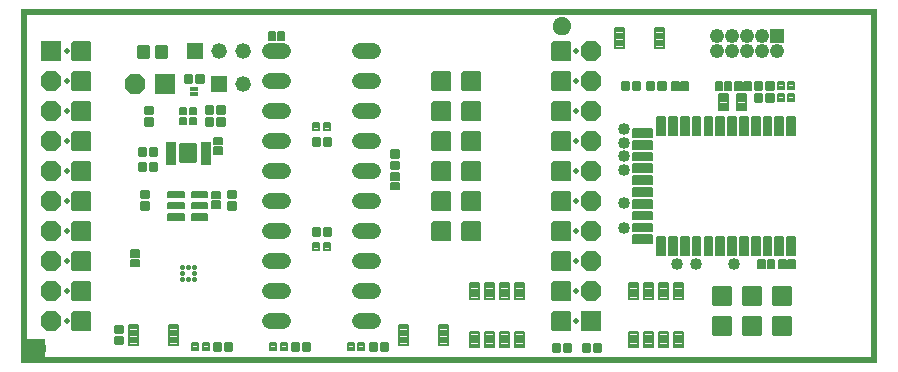
<source format=gbr>
G75*
G70*
%OFA0B0*%
%FSLAX24Y24*%
%IPPOS*%
%LPD*%
%AMOC8*
5,1,8,0,0,1.08239X$1,22.5*
%
%ADD10R,0.0600X0.0600*%
%ADD11R,2.8504X0.0200*%
%ADD12R,2.8504X0.0211*%
%ADD13R,0.0197X1.1811*%
%ADD14R,0.0200X1.1811*%
%ADD15R,0.0671X0.0671*%
%ADD16OC8,0.0671*%
%ADD17C,0.0300*%
%ADD18C,0.0064*%
%ADD19C,0.0054*%
%ADD20C,0.0076*%
%ADD21C,0.0520*%
%ADD22R,0.0520X0.0520*%
%ADD23C,0.0520*%
%ADD24C,0.0088*%
%ADD25C,0.0080*%
%ADD26C,0.0079*%
%ADD27C,0.0050*%
%ADD28C,0.0051*%
%ADD29C,0.0057*%
%ADD30C,0.0100*%
%ADD31C,0.0400*%
%ADD32C,0.0200*%
%ADD33C,0.0087*%
%ADD34C,0.0159*%
%ADD35C,0.0123*%
%ADD36C,0.0031*%
%ADD37C,0.0490*%
%ADD38R,0.0490X0.0490*%
D10*
X009385Y009283D03*
D11*
X023136Y008883D03*
D12*
X023136Y020488D03*
D13*
X037290Y014688D03*
D14*
X008985Y014688D03*
D15*
X013685Y018083D03*
X009885Y019183D03*
X027885Y010183D03*
D16*
X027885Y011183D03*
X027885Y012183D03*
X027885Y013183D03*
X027885Y014183D03*
X027885Y015183D03*
X027885Y016183D03*
X027885Y017183D03*
X027885Y018183D03*
X027885Y019183D03*
X012685Y018083D03*
X009885Y018183D03*
X009885Y017183D03*
X009885Y016183D03*
X009885Y015183D03*
X009885Y014183D03*
X009885Y013183D03*
X009885Y012183D03*
X009885Y011183D03*
X009885Y010183D03*
D17*
X009235Y009283D02*
X009237Y009307D01*
X009243Y009331D01*
X009252Y009353D01*
X009265Y009373D01*
X009281Y009391D01*
X009300Y009406D01*
X009321Y009419D01*
X009343Y009427D01*
X009367Y009432D01*
X009391Y009433D01*
X009415Y009430D01*
X009438Y009423D01*
X009460Y009413D01*
X009480Y009399D01*
X009497Y009382D01*
X009512Y009363D01*
X009523Y009342D01*
X009531Y009319D01*
X009535Y009295D01*
X009535Y009271D01*
X009531Y009247D01*
X009523Y009224D01*
X009512Y009203D01*
X009497Y009184D01*
X009480Y009167D01*
X009460Y009153D01*
X009438Y009143D01*
X009415Y009136D01*
X009391Y009133D01*
X009367Y009134D01*
X009343Y009139D01*
X009321Y009147D01*
X009300Y009160D01*
X009281Y009175D01*
X009265Y009193D01*
X009252Y009213D01*
X009243Y009235D01*
X009237Y009259D01*
X009235Y009283D01*
X026735Y020033D02*
X026737Y020057D01*
X026743Y020081D01*
X026752Y020103D01*
X026765Y020123D01*
X026781Y020141D01*
X026800Y020156D01*
X026821Y020169D01*
X026843Y020177D01*
X026867Y020182D01*
X026891Y020183D01*
X026915Y020180D01*
X026938Y020173D01*
X026960Y020163D01*
X026980Y020149D01*
X026997Y020132D01*
X027012Y020113D01*
X027023Y020092D01*
X027031Y020069D01*
X027035Y020045D01*
X027035Y020021D01*
X027031Y019997D01*
X027023Y019974D01*
X027012Y019953D01*
X026997Y019934D01*
X026980Y019917D01*
X026960Y019903D01*
X026938Y019893D01*
X026915Y019886D01*
X026891Y019883D01*
X026867Y019884D01*
X026843Y019889D01*
X026821Y019897D01*
X026800Y019910D01*
X026781Y019925D01*
X026765Y019943D01*
X026752Y019963D01*
X026743Y019985D01*
X026737Y020009D01*
X026735Y020033D01*
D18*
X030083Y016389D02*
X030339Y016389D01*
X030083Y016389D02*
X030083Y016995D01*
X030339Y016995D01*
X030339Y016389D01*
X030339Y016452D02*
X030083Y016452D01*
X030083Y016515D02*
X030339Y016515D01*
X030339Y016578D02*
X030083Y016578D01*
X030083Y016641D02*
X030339Y016641D01*
X030339Y016704D02*
X030083Y016704D01*
X030083Y016767D02*
X030339Y016767D01*
X030339Y016830D02*
X030083Y016830D01*
X030083Y016893D02*
X030339Y016893D01*
X030339Y016956D02*
X030083Y016956D01*
X030476Y016389D02*
X030732Y016389D01*
X030476Y016389D02*
X030476Y016995D01*
X030732Y016995D01*
X030732Y016389D01*
X030732Y016452D02*
X030476Y016452D01*
X030476Y016515D02*
X030732Y016515D01*
X030732Y016578D02*
X030476Y016578D01*
X030476Y016641D02*
X030732Y016641D01*
X030732Y016704D02*
X030476Y016704D01*
X030476Y016767D02*
X030732Y016767D01*
X030732Y016830D02*
X030476Y016830D01*
X030476Y016893D02*
X030732Y016893D01*
X030732Y016956D02*
X030476Y016956D01*
X030870Y016389D02*
X031126Y016389D01*
X030870Y016389D02*
X030870Y016995D01*
X031126Y016995D01*
X031126Y016389D01*
X031126Y016452D02*
X030870Y016452D01*
X030870Y016515D02*
X031126Y016515D01*
X031126Y016578D02*
X030870Y016578D01*
X030870Y016641D02*
X031126Y016641D01*
X031126Y016704D02*
X030870Y016704D01*
X030870Y016767D02*
X031126Y016767D01*
X031126Y016830D02*
X030870Y016830D01*
X030870Y016893D02*
X031126Y016893D01*
X031126Y016956D02*
X030870Y016956D01*
X031264Y016389D02*
X031520Y016389D01*
X031264Y016389D02*
X031264Y016995D01*
X031520Y016995D01*
X031520Y016389D01*
X031520Y016452D02*
X031264Y016452D01*
X031264Y016515D02*
X031520Y016515D01*
X031520Y016578D02*
X031264Y016578D01*
X031264Y016641D02*
X031520Y016641D01*
X031520Y016704D02*
X031264Y016704D01*
X031264Y016767D02*
X031520Y016767D01*
X031520Y016830D02*
X031264Y016830D01*
X031264Y016893D02*
X031520Y016893D01*
X031520Y016956D02*
X031264Y016956D01*
X031658Y016389D02*
X031914Y016389D01*
X031658Y016389D02*
X031658Y016995D01*
X031914Y016995D01*
X031914Y016389D01*
X031914Y016452D02*
X031658Y016452D01*
X031658Y016515D02*
X031914Y016515D01*
X031914Y016578D02*
X031658Y016578D01*
X031658Y016641D02*
X031914Y016641D01*
X031914Y016704D02*
X031658Y016704D01*
X031658Y016767D02*
X031914Y016767D01*
X031914Y016830D02*
X031658Y016830D01*
X031658Y016893D02*
X031914Y016893D01*
X031914Y016956D02*
X031658Y016956D01*
X032051Y016389D02*
X032307Y016389D01*
X032051Y016389D02*
X032051Y016995D01*
X032307Y016995D01*
X032307Y016389D01*
X032307Y016452D02*
X032051Y016452D01*
X032051Y016515D02*
X032307Y016515D01*
X032307Y016578D02*
X032051Y016578D01*
X032051Y016641D02*
X032307Y016641D01*
X032307Y016704D02*
X032051Y016704D01*
X032051Y016767D02*
X032307Y016767D01*
X032307Y016830D02*
X032051Y016830D01*
X032051Y016893D02*
X032307Y016893D01*
X032307Y016956D02*
X032051Y016956D01*
X032445Y016389D02*
X032701Y016389D01*
X032445Y016389D02*
X032445Y016995D01*
X032701Y016995D01*
X032701Y016389D01*
X032701Y016452D02*
X032445Y016452D01*
X032445Y016515D02*
X032701Y016515D01*
X032701Y016578D02*
X032445Y016578D01*
X032445Y016641D02*
X032701Y016641D01*
X032701Y016704D02*
X032445Y016704D01*
X032445Y016767D02*
X032701Y016767D01*
X032701Y016830D02*
X032445Y016830D01*
X032445Y016893D02*
X032701Y016893D01*
X032701Y016956D02*
X032445Y016956D01*
X032839Y016389D02*
X033095Y016389D01*
X032839Y016389D02*
X032839Y016995D01*
X033095Y016995D01*
X033095Y016389D01*
X033095Y016452D02*
X032839Y016452D01*
X032839Y016515D02*
X033095Y016515D01*
X033095Y016578D02*
X032839Y016578D01*
X032839Y016641D02*
X033095Y016641D01*
X033095Y016704D02*
X032839Y016704D01*
X032839Y016767D02*
X033095Y016767D01*
X033095Y016830D02*
X032839Y016830D01*
X032839Y016893D02*
X033095Y016893D01*
X033095Y016956D02*
X032839Y016956D01*
X033232Y016389D02*
X033488Y016389D01*
X033232Y016389D02*
X033232Y016995D01*
X033488Y016995D01*
X033488Y016389D01*
X033488Y016452D02*
X033232Y016452D01*
X033232Y016515D02*
X033488Y016515D01*
X033488Y016578D02*
X033232Y016578D01*
X033232Y016641D02*
X033488Y016641D01*
X033488Y016704D02*
X033232Y016704D01*
X033232Y016767D02*
X033488Y016767D01*
X033488Y016830D02*
X033232Y016830D01*
X033232Y016893D02*
X033488Y016893D01*
X033488Y016956D02*
X033232Y016956D01*
X033626Y016389D02*
X033882Y016389D01*
X033626Y016389D02*
X033626Y016995D01*
X033882Y016995D01*
X033882Y016389D01*
X033882Y016452D02*
X033626Y016452D01*
X033626Y016515D02*
X033882Y016515D01*
X033882Y016578D02*
X033626Y016578D01*
X033626Y016641D02*
X033882Y016641D01*
X033882Y016704D02*
X033626Y016704D01*
X033626Y016767D02*
X033882Y016767D01*
X033882Y016830D02*
X033626Y016830D01*
X033626Y016893D02*
X033882Y016893D01*
X033882Y016956D02*
X033626Y016956D01*
X034020Y016389D02*
X034276Y016389D01*
X034020Y016389D02*
X034020Y016995D01*
X034276Y016995D01*
X034276Y016389D01*
X034276Y016452D02*
X034020Y016452D01*
X034020Y016515D02*
X034276Y016515D01*
X034276Y016578D02*
X034020Y016578D01*
X034020Y016641D02*
X034276Y016641D01*
X034276Y016704D02*
X034020Y016704D01*
X034020Y016767D02*
X034276Y016767D01*
X034276Y016830D02*
X034020Y016830D01*
X034020Y016893D02*
X034276Y016893D01*
X034276Y016956D02*
X034020Y016956D01*
X034413Y016389D02*
X034669Y016389D01*
X034413Y016389D02*
X034413Y016995D01*
X034669Y016995D01*
X034669Y016389D01*
X034669Y016452D02*
X034413Y016452D01*
X034413Y016515D02*
X034669Y016515D01*
X034669Y016578D02*
X034413Y016578D01*
X034413Y016641D02*
X034669Y016641D01*
X034669Y016704D02*
X034413Y016704D01*
X034413Y016767D02*
X034669Y016767D01*
X034669Y016830D02*
X034413Y016830D01*
X034413Y016893D02*
X034669Y016893D01*
X034669Y016956D02*
X034413Y016956D01*
X029282Y016586D02*
X029282Y016330D01*
X029282Y016586D02*
X029888Y016586D01*
X029888Y016330D01*
X029282Y016330D01*
X029282Y016393D02*
X029888Y016393D01*
X029888Y016456D02*
X029282Y016456D01*
X029282Y016519D02*
X029888Y016519D01*
X029888Y016582D02*
X029282Y016582D01*
X029282Y016192D02*
X029282Y015936D01*
X029282Y016192D02*
X029888Y016192D01*
X029888Y015936D01*
X029282Y015936D01*
X029282Y015999D02*
X029888Y015999D01*
X029888Y016062D02*
X029282Y016062D01*
X029282Y016125D02*
X029888Y016125D01*
X029888Y016188D02*
X029282Y016188D01*
X029282Y015798D02*
X029282Y015542D01*
X029282Y015798D02*
X029888Y015798D01*
X029888Y015542D01*
X029282Y015542D01*
X029282Y015605D02*
X029888Y015605D01*
X029888Y015668D02*
X029282Y015668D01*
X029282Y015731D02*
X029888Y015731D01*
X029888Y015794D02*
X029282Y015794D01*
X029282Y015405D02*
X029282Y015149D01*
X029282Y015405D02*
X029888Y015405D01*
X029888Y015149D01*
X029282Y015149D01*
X029282Y015212D02*
X029888Y015212D01*
X029888Y015275D02*
X029282Y015275D01*
X029282Y015338D02*
X029888Y015338D01*
X029888Y015401D02*
X029282Y015401D01*
X029282Y015011D02*
X029282Y014755D01*
X029282Y015011D02*
X029888Y015011D01*
X029888Y014755D01*
X029282Y014755D01*
X029282Y014818D02*
X029888Y014818D01*
X029888Y014881D02*
X029282Y014881D01*
X029282Y014944D02*
X029888Y014944D01*
X029888Y015007D02*
X029282Y015007D01*
X029282Y014617D02*
X029282Y014361D01*
X029282Y014617D02*
X029888Y014617D01*
X029888Y014361D01*
X029282Y014361D01*
X029282Y014424D02*
X029888Y014424D01*
X029888Y014487D02*
X029282Y014487D01*
X029282Y014550D02*
X029888Y014550D01*
X029888Y014613D02*
X029282Y014613D01*
X029282Y014223D02*
X029282Y013967D01*
X029282Y014223D02*
X029888Y014223D01*
X029888Y013967D01*
X029282Y013967D01*
X029282Y014030D02*
X029888Y014030D01*
X029888Y014093D02*
X029282Y014093D01*
X029282Y014156D02*
X029888Y014156D01*
X029888Y014219D02*
X029282Y014219D01*
X029282Y013830D02*
X029282Y013574D01*
X029282Y013830D02*
X029888Y013830D01*
X029888Y013574D01*
X029282Y013574D01*
X029282Y013637D02*
X029888Y013637D01*
X029888Y013700D02*
X029282Y013700D01*
X029282Y013763D02*
X029888Y013763D01*
X029888Y013826D02*
X029282Y013826D01*
X029282Y013436D02*
X029282Y013180D01*
X029282Y013436D02*
X029888Y013436D01*
X029888Y013180D01*
X029282Y013180D01*
X029282Y013243D02*
X029888Y013243D01*
X029888Y013306D02*
X029282Y013306D01*
X029282Y013369D02*
X029888Y013369D01*
X029888Y013432D02*
X029282Y013432D01*
X029282Y013042D02*
X029282Y012786D01*
X029282Y013042D02*
X029888Y013042D01*
X029888Y012786D01*
X029282Y012786D01*
X029282Y012849D02*
X029888Y012849D01*
X029888Y012912D02*
X029282Y012912D01*
X029282Y012975D02*
X029888Y012975D01*
X029888Y013038D02*
X029282Y013038D01*
X030083Y012377D02*
X030339Y012377D01*
X030083Y012377D02*
X030083Y012983D01*
X030339Y012983D01*
X030339Y012377D01*
X030339Y012440D02*
X030083Y012440D01*
X030083Y012503D02*
X030339Y012503D01*
X030339Y012566D02*
X030083Y012566D01*
X030083Y012629D02*
X030339Y012629D01*
X030339Y012692D02*
X030083Y012692D01*
X030083Y012755D02*
X030339Y012755D01*
X030339Y012818D02*
X030083Y012818D01*
X030083Y012881D02*
X030339Y012881D01*
X030339Y012944D02*
X030083Y012944D01*
X030476Y012377D02*
X030732Y012377D01*
X030476Y012377D02*
X030476Y012983D01*
X030732Y012983D01*
X030732Y012377D01*
X030732Y012440D02*
X030476Y012440D01*
X030476Y012503D02*
X030732Y012503D01*
X030732Y012566D02*
X030476Y012566D01*
X030476Y012629D02*
X030732Y012629D01*
X030732Y012692D02*
X030476Y012692D01*
X030476Y012755D02*
X030732Y012755D01*
X030732Y012818D02*
X030476Y012818D01*
X030476Y012881D02*
X030732Y012881D01*
X030732Y012944D02*
X030476Y012944D01*
X030870Y012377D02*
X031126Y012377D01*
X030870Y012377D02*
X030870Y012983D01*
X031126Y012983D01*
X031126Y012377D01*
X031126Y012440D02*
X030870Y012440D01*
X030870Y012503D02*
X031126Y012503D01*
X031126Y012566D02*
X030870Y012566D01*
X030870Y012629D02*
X031126Y012629D01*
X031126Y012692D02*
X030870Y012692D01*
X030870Y012755D02*
X031126Y012755D01*
X031126Y012818D02*
X030870Y012818D01*
X030870Y012881D02*
X031126Y012881D01*
X031126Y012944D02*
X030870Y012944D01*
X031264Y012377D02*
X031520Y012377D01*
X031264Y012377D02*
X031264Y012983D01*
X031520Y012983D01*
X031520Y012377D01*
X031520Y012440D02*
X031264Y012440D01*
X031264Y012503D02*
X031520Y012503D01*
X031520Y012566D02*
X031264Y012566D01*
X031264Y012629D02*
X031520Y012629D01*
X031520Y012692D02*
X031264Y012692D01*
X031264Y012755D02*
X031520Y012755D01*
X031520Y012818D02*
X031264Y012818D01*
X031264Y012881D02*
X031520Y012881D01*
X031520Y012944D02*
X031264Y012944D01*
X031658Y012377D02*
X031914Y012377D01*
X031658Y012377D02*
X031658Y012983D01*
X031914Y012983D01*
X031914Y012377D01*
X031914Y012440D02*
X031658Y012440D01*
X031658Y012503D02*
X031914Y012503D01*
X031914Y012566D02*
X031658Y012566D01*
X031658Y012629D02*
X031914Y012629D01*
X031914Y012692D02*
X031658Y012692D01*
X031658Y012755D02*
X031914Y012755D01*
X031914Y012818D02*
X031658Y012818D01*
X031658Y012881D02*
X031914Y012881D01*
X031914Y012944D02*
X031658Y012944D01*
X032051Y012377D02*
X032307Y012377D01*
X032051Y012377D02*
X032051Y012983D01*
X032307Y012983D01*
X032307Y012377D01*
X032307Y012440D02*
X032051Y012440D01*
X032051Y012503D02*
X032307Y012503D01*
X032307Y012566D02*
X032051Y012566D01*
X032051Y012629D02*
X032307Y012629D01*
X032307Y012692D02*
X032051Y012692D01*
X032051Y012755D02*
X032307Y012755D01*
X032307Y012818D02*
X032051Y012818D01*
X032051Y012881D02*
X032307Y012881D01*
X032307Y012944D02*
X032051Y012944D01*
X032445Y012377D02*
X032701Y012377D01*
X032445Y012377D02*
X032445Y012983D01*
X032701Y012983D01*
X032701Y012377D01*
X032701Y012440D02*
X032445Y012440D01*
X032445Y012503D02*
X032701Y012503D01*
X032701Y012566D02*
X032445Y012566D01*
X032445Y012629D02*
X032701Y012629D01*
X032701Y012692D02*
X032445Y012692D01*
X032445Y012755D02*
X032701Y012755D01*
X032701Y012818D02*
X032445Y012818D01*
X032445Y012881D02*
X032701Y012881D01*
X032701Y012944D02*
X032445Y012944D01*
X032839Y012377D02*
X033095Y012377D01*
X032839Y012377D02*
X032839Y012983D01*
X033095Y012983D01*
X033095Y012377D01*
X033095Y012440D02*
X032839Y012440D01*
X032839Y012503D02*
X033095Y012503D01*
X033095Y012566D02*
X032839Y012566D01*
X032839Y012629D02*
X033095Y012629D01*
X033095Y012692D02*
X032839Y012692D01*
X032839Y012755D02*
X033095Y012755D01*
X033095Y012818D02*
X032839Y012818D01*
X032839Y012881D02*
X033095Y012881D01*
X033095Y012944D02*
X032839Y012944D01*
X033232Y012377D02*
X033488Y012377D01*
X033232Y012377D02*
X033232Y012983D01*
X033488Y012983D01*
X033488Y012377D01*
X033488Y012440D02*
X033232Y012440D01*
X033232Y012503D02*
X033488Y012503D01*
X033488Y012566D02*
X033232Y012566D01*
X033232Y012629D02*
X033488Y012629D01*
X033488Y012692D02*
X033232Y012692D01*
X033232Y012755D02*
X033488Y012755D01*
X033488Y012818D02*
X033232Y012818D01*
X033232Y012881D02*
X033488Y012881D01*
X033488Y012944D02*
X033232Y012944D01*
X033626Y012377D02*
X033882Y012377D01*
X033626Y012377D02*
X033626Y012983D01*
X033882Y012983D01*
X033882Y012377D01*
X033882Y012440D02*
X033626Y012440D01*
X033626Y012503D02*
X033882Y012503D01*
X033882Y012566D02*
X033626Y012566D01*
X033626Y012629D02*
X033882Y012629D01*
X033882Y012692D02*
X033626Y012692D01*
X033626Y012755D02*
X033882Y012755D01*
X033882Y012818D02*
X033626Y012818D01*
X033626Y012881D02*
X033882Y012881D01*
X033882Y012944D02*
X033626Y012944D01*
X034020Y012377D02*
X034276Y012377D01*
X034020Y012377D02*
X034020Y012983D01*
X034276Y012983D01*
X034276Y012377D01*
X034276Y012440D02*
X034020Y012440D01*
X034020Y012503D02*
X034276Y012503D01*
X034276Y012566D02*
X034020Y012566D01*
X034020Y012629D02*
X034276Y012629D01*
X034276Y012692D02*
X034020Y012692D01*
X034020Y012755D02*
X034276Y012755D01*
X034276Y012818D02*
X034020Y012818D01*
X034020Y012881D02*
X034276Y012881D01*
X034276Y012944D02*
X034020Y012944D01*
X034413Y012377D02*
X034669Y012377D01*
X034413Y012377D02*
X034413Y012983D01*
X034669Y012983D01*
X034669Y012377D01*
X034669Y012440D02*
X034413Y012440D01*
X034413Y012503D02*
X034669Y012503D01*
X034669Y012566D02*
X034413Y012566D01*
X034413Y012629D02*
X034669Y012629D01*
X034669Y012692D02*
X034413Y012692D01*
X034413Y012755D02*
X034669Y012755D01*
X034669Y012818D02*
X034413Y012818D01*
X034413Y012881D02*
X034669Y012881D01*
X034669Y012944D02*
X034413Y012944D01*
D19*
X034452Y011950D02*
X034668Y011950D01*
X034452Y011950D02*
X034452Y012216D01*
X034668Y012216D01*
X034668Y011950D01*
X034668Y012003D02*
X034452Y012003D01*
X034452Y012056D02*
X034668Y012056D01*
X034668Y012109D02*
X034452Y012109D01*
X034452Y012162D02*
X034668Y012162D01*
X034668Y012215D02*
X034452Y012215D01*
X034358Y011950D02*
X034142Y011950D01*
X034142Y012216D01*
X034358Y012216D01*
X034358Y011950D01*
X034358Y012003D02*
X034142Y012003D01*
X034142Y012056D02*
X034358Y012056D01*
X034358Y012109D02*
X034142Y012109D01*
X034142Y012162D02*
X034358Y012162D01*
X034358Y012215D02*
X034142Y012215D01*
X033978Y012216D02*
X033762Y012216D01*
X033978Y012216D02*
X033978Y011950D01*
X033762Y011950D01*
X033762Y012216D01*
X033762Y012003D02*
X033978Y012003D01*
X033978Y012056D02*
X033762Y012056D01*
X033762Y012109D02*
X033978Y012109D01*
X033978Y012162D02*
X033762Y012162D01*
X033762Y012215D02*
X033978Y012215D01*
X033668Y012216D02*
X033452Y012216D01*
X033668Y012216D02*
X033668Y011950D01*
X033452Y011950D01*
X033452Y012216D01*
X033452Y012003D02*
X033668Y012003D01*
X033668Y012056D02*
X033452Y012056D01*
X033452Y012109D02*
X033668Y012109D01*
X033668Y012162D02*
X033452Y012162D01*
X033452Y012215D02*
X033668Y012215D01*
X033198Y017900D02*
X032982Y017900D01*
X032982Y018166D01*
X033198Y018166D01*
X033198Y017900D01*
X033198Y017953D02*
X032982Y017953D01*
X032982Y018006D02*
X033198Y018006D01*
X033198Y018059D02*
X032982Y018059D01*
X032982Y018112D02*
X033198Y018112D01*
X033198Y018165D02*
X032982Y018165D01*
X032888Y017900D02*
X032672Y017900D01*
X032672Y018166D01*
X032888Y018166D01*
X032888Y017900D01*
X032888Y017953D02*
X032672Y017953D01*
X032672Y018006D02*
X032888Y018006D01*
X032888Y018059D02*
X032672Y018059D01*
X032672Y018112D02*
X032888Y018112D01*
X032888Y018165D02*
X032672Y018165D01*
X032548Y018166D02*
X032332Y018166D01*
X032548Y018166D02*
X032548Y017900D01*
X032332Y017900D01*
X032332Y018166D01*
X032332Y017953D02*
X032548Y017953D01*
X032548Y018006D02*
X032332Y018006D01*
X032332Y018059D02*
X032548Y018059D01*
X032548Y018112D02*
X032332Y018112D01*
X032332Y018165D02*
X032548Y018165D01*
X032238Y018166D02*
X032022Y018166D01*
X032238Y018166D02*
X032238Y017900D01*
X032022Y017900D01*
X032022Y018166D01*
X032022Y017953D02*
X032238Y017953D01*
X032238Y018006D02*
X032022Y018006D01*
X032022Y018059D02*
X032238Y018059D01*
X032238Y018112D02*
X032022Y018112D01*
X032022Y018165D02*
X032238Y018165D01*
X031098Y017900D02*
X030882Y017900D01*
X030882Y018166D01*
X031098Y018166D01*
X031098Y017900D01*
X031098Y017953D02*
X030882Y017953D01*
X030882Y018006D02*
X031098Y018006D01*
X031098Y018059D02*
X030882Y018059D01*
X030882Y018112D02*
X031098Y018112D01*
X031098Y018165D02*
X030882Y018165D01*
X030788Y017900D02*
X030572Y017900D01*
X030572Y018166D01*
X030788Y018166D01*
X030788Y017900D01*
X030788Y017953D02*
X030572Y017953D01*
X030572Y018006D02*
X030788Y018006D01*
X030788Y018059D02*
X030572Y018059D01*
X030572Y018112D02*
X030788Y018112D01*
X030788Y018165D02*
X030572Y018165D01*
X021202Y015106D02*
X021202Y014890D01*
X021202Y015106D02*
X021468Y015106D01*
X021468Y014890D01*
X021202Y014890D01*
X021202Y014943D02*
X021468Y014943D01*
X021468Y014996D02*
X021202Y014996D01*
X021202Y015049D02*
X021468Y015049D01*
X021468Y015102D02*
X021202Y015102D01*
X021202Y014796D02*
X021202Y014580D01*
X021202Y014796D02*
X021468Y014796D01*
X021468Y014580D01*
X021202Y014580D01*
X021202Y014633D02*
X021468Y014633D01*
X021468Y014686D02*
X021202Y014686D01*
X021202Y014739D02*
X021468Y014739D01*
X021468Y014792D02*
X021202Y014792D01*
X015252Y014496D02*
X015252Y014280D01*
X015252Y014496D02*
X015518Y014496D01*
X015518Y014280D01*
X015252Y014280D01*
X015252Y014333D02*
X015518Y014333D01*
X015518Y014386D02*
X015252Y014386D01*
X015252Y014439D02*
X015518Y014439D01*
X015518Y014492D02*
X015252Y014492D01*
X015252Y014186D02*
X015252Y013970D01*
X015252Y014186D02*
X015518Y014186D01*
X015518Y013970D01*
X015252Y013970D01*
X015252Y014023D02*
X015518Y014023D01*
X015518Y014076D02*
X015252Y014076D01*
X015252Y014129D02*
X015518Y014129D01*
X015518Y014182D02*
X015252Y014182D01*
X015302Y015770D02*
X015302Y015986D01*
X015568Y015986D01*
X015568Y015770D01*
X015302Y015770D01*
X015302Y015823D02*
X015568Y015823D01*
X015568Y015876D02*
X015302Y015876D01*
X015302Y015929D02*
X015568Y015929D01*
X015568Y015982D02*
X015302Y015982D01*
X015302Y016080D02*
X015302Y016296D01*
X015568Y016296D01*
X015568Y016080D01*
X015302Y016080D01*
X015302Y016133D02*
X015568Y016133D01*
X015568Y016186D02*
X015302Y016186D01*
X015302Y016239D02*
X015568Y016239D01*
X015568Y016292D02*
X015302Y016292D01*
X017122Y019816D02*
X017338Y019816D01*
X017338Y019550D01*
X017122Y019550D01*
X017122Y019816D01*
X017122Y019603D02*
X017338Y019603D01*
X017338Y019656D02*
X017122Y019656D01*
X017122Y019709D02*
X017338Y019709D01*
X017338Y019762D02*
X017122Y019762D01*
X017122Y019815D02*
X017338Y019815D01*
X017432Y019816D02*
X017648Y019816D01*
X017648Y019550D01*
X017432Y019550D01*
X017432Y019816D01*
X017432Y019603D02*
X017648Y019603D01*
X017648Y019656D02*
X017432Y019656D01*
X017432Y019709D02*
X017648Y019709D01*
X017648Y019762D02*
X017432Y019762D01*
X017432Y019815D02*
X017648Y019815D01*
X012818Y012546D02*
X012818Y012330D01*
X012552Y012330D01*
X012552Y012546D01*
X012818Y012546D01*
X012818Y012383D02*
X012552Y012383D01*
X012552Y012436D02*
X012818Y012436D01*
X012818Y012489D02*
X012552Y012489D01*
X012552Y012542D02*
X012818Y012542D01*
X012818Y012236D02*
X012818Y012020D01*
X012552Y012020D01*
X012552Y012236D01*
X012818Y012236D01*
X012818Y012073D02*
X012552Y012073D01*
X012552Y012126D02*
X012818Y012126D01*
X012818Y012179D02*
X012552Y012179D01*
X012552Y012232D02*
X012818Y012232D01*
D20*
X023833Y010936D02*
X024137Y010936D01*
X023833Y010936D02*
X023833Y011440D01*
X024137Y011440D01*
X024137Y010936D01*
X024137Y011011D02*
X023833Y011011D01*
X023833Y011086D02*
X024137Y011086D01*
X024137Y011161D02*
X023833Y011161D01*
X023833Y011236D02*
X024137Y011236D01*
X024137Y011311D02*
X023833Y011311D01*
X023833Y011386D02*
X024137Y011386D01*
X024333Y010936D02*
X024637Y010936D01*
X024333Y010936D02*
X024333Y011440D01*
X024637Y011440D01*
X024637Y010936D01*
X024637Y011011D02*
X024333Y011011D01*
X024333Y011086D02*
X024637Y011086D01*
X024637Y011161D02*
X024333Y011161D01*
X024333Y011236D02*
X024637Y011236D01*
X024637Y011311D02*
X024333Y011311D01*
X024333Y011386D02*
X024637Y011386D01*
X024833Y010936D02*
X025137Y010936D01*
X024833Y010936D02*
X024833Y011440D01*
X025137Y011440D01*
X025137Y010936D01*
X025137Y011011D02*
X024833Y011011D01*
X024833Y011086D02*
X025137Y011086D01*
X025137Y011161D02*
X024833Y011161D01*
X024833Y011236D02*
X025137Y011236D01*
X025137Y011311D02*
X024833Y011311D01*
X024833Y011386D02*
X025137Y011386D01*
X025333Y010936D02*
X025637Y010936D01*
X025333Y010936D02*
X025333Y011440D01*
X025637Y011440D01*
X025637Y010936D01*
X025637Y011011D02*
X025333Y011011D01*
X025333Y011086D02*
X025637Y011086D01*
X025637Y011161D02*
X025333Y011161D01*
X025333Y011236D02*
X025637Y011236D01*
X025637Y011311D02*
X025333Y011311D01*
X025333Y011386D02*
X025637Y011386D01*
X025637Y009326D02*
X025333Y009326D01*
X025333Y009830D01*
X025637Y009830D01*
X025637Y009326D01*
X025637Y009401D02*
X025333Y009401D01*
X025333Y009476D02*
X025637Y009476D01*
X025637Y009551D02*
X025333Y009551D01*
X025333Y009626D02*
X025637Y009626D01*
X025637Y009701D02*
X025333Y009701D01*
X025333Y009776D02*
X025637Y009776D01*
X025137Y009326D02*
X024833Y009326D01*
X024833Y009830D01*
X025137Y009830D01*
X025137Y009326D01*
X025137Y009401D02*
X024833Y009401D01*
X024833Y009476D02*
X025137Y009476D01*
X025137Y009551D02*
X024833Y009551D01*
X024833Y009626D02*
X025137Y009626D01*
X025137Y009701D02*
X024833Y009701D01*
X024833Y009776D02*
X025137Y009776D01*
X024637Y009326D02*
X024333Y009326D01*
X024333Y009830D01*
X024637Y009830D01*
X024637Y009326D01*
X024637Y009401D02*
X024333Y009401D01*
X024333Y009476D02*
X024637Y009476D01*
X024637Y009551D02*
X024333Y009551D01*
X024333Y009626D02*
X024637Y009626D01*
X024637Y009701D02*
X024333Y009701D01*
X024333Y009776D02*
X024637Y009776D01*
X024137Y009326D02*
X023833Y009326D01*
X023833Y009830D01*
X024137Y009830D01*
X024137Y009326D01*
X024137Y009401D02*
X023833Y009401D01*
X023833Y009476D02*
X024137Y009476D01*
X024137Y009551D02*
X023833Y009551D01*
X023833Y009626D02*
X024137Y009626D01*
X024137Y009701D02*
X023833Y009701D01*
X023833Y009776D02*
X024137Y009776D01*
X029133Y009326D02*
X029437Y009326D01*
X029133Y009326D02*
X029133Y009830D01*
X029437Y009830D01*
X029437Y009326D01*
X029437Y009401D02*
X029133Y009401D01*
X029133Y009476D02*
X029437Y009476D01*
X029437Y009551D02*
X029133Y009551D01*
X029133Y009626D02*
X029437Y009626D01*
X029437Y009701D02*
X029133Y009701D01*
X029133Y009776D02*
X029437Y009776D01*
X029633Y009326D02*
X029937Y009326D01*
X029633Y009326D02*
X029633Y009830D01*
X029937Y009830D01*
X029937Y009326D01*
X029937Y009401D02*
X029633Y009401D01*
X029633Y009476D02*
X029937Y009476D01*
X029937Y009551D02*
X029633Y009551D01*
X029633Y009626D02*
X029937Y009626D01*
X029937Y009701D02*
X029633Y009701D01*
X029633Y009776D02*
X029937Y009776D01*
X030133Y009326D02*
X030437Y009326D01*
X030133Y009326D02*
X030133Y009830D01*
X030437Y009830D01*
X030437Y009326D01*
X030437Y009401D02*
X030133Y009401D01*
X030133Y009476D02*
X030437Y009476D01*
X030437Y009551D02*
X030133Y009551D01*
X030133Y009626D02*
X030437Y009626D01*
X030437Y009701D02*
X030133Y009701D01*
X030133Y009776D02*
X030437Y009776D01*
X030633Y009326D02*
X030937Y009326D01*
X030633Y009326D02*
X030633Y009830D01*
X030937Y009830D01*
X030937Y009326D01*
X030937Y009401D02*
X030633Y009401D01*
X030633Y009476D02*
X030937Y009476D01*
X030937Y009551D02*
X030633Y009551D01*
X030633Y009626D02*
X030937Y009626D01*
X030937Y009701D02*
X030633Y009701D01*
X030633Y009776D02*
X030937Y009776D01*
X030937Y010936D02*
X030633Y010936D01*
X030633Y011440D01*
X030937Y011440D01*
X030937Y010936D01*
X030937Y011011D02*
X030633Y011011D01*
X030633Y011086D02*
X030937Y011086D01*
X030937Y011161D02*
X030633Y011161D01*
X030633Y011236D02*
X030937Y011236D01*
X030937Y011311D02*
X030633Y011311D01*
X030633Y011386D02*
X030937Y011386D01*
X030437Y010936D02*
X030133Y010936D01*
X030133Y011440D01*
X030437Y011440D01*
X030437Y010936D01*
X030437Y011011D02*
X030133Y011011D01*
X030133Y011086D02*
X030437Y011086D01*
X030437Y011161D02*
X030133Y011161D01*
X030133Y011236D02*
X030437Y011236D01*
X030437Y011311D02*
X030133Y011311D01*
X030133Y011386D02*
X030437Y011386D01*
X029937Y010936D02*
X029633Y010936D01*
X029633Y011440D01*
X029937Y011440D01*
X029937Y010936D01*
X029937Y011011D02*
X029633Y011011D01*
X029633Y011086D02*
X029937Y011086D01*
X029937Y011161D02*
X029633Y011161D01*
X029633Y011236D02*
X029937Y011236D01*
X029937Y011311D02*
X029633Y011311D01*
X029633Y011386D02*
X029937Y011386D01*
X029437Y010936D02*
X029133Y010936D01*
X029133Y011440D01*
X029437Y011440D01*
X029437Y010936D01*
X029437Y011011D02*
X029133Y011011D01*
X029133Y011086D02*
X029437Y011086D01*
X029437Y011161D02*
X029133Y011161D01*
X029133Y011236D02*
X029437Y011236D01*
X029437Y011311D02*
X029133Y011311D01*
X029133Y011386D02*
X029437Y011386D01*
X032447Y017206D02*
X032447Y017760D01*
X032447Y017206D02*
X032143Y017206D01*
X032143Y017760D01*
X032447Y017760D01*
X032447Y017281D02*
X032143Y017281D01*
X032143Y017356D02*
X032447Y017356D01*
X032447Y017431D02*
X032143Y017431D01*
X032143Y017506D02*
X032447Y017506D01*
X032447Y017581D02*
X032143Y017581D01*
X032143Y017656D02*
X032447Y017656D01*
X032447Y017731D02*
X032143Y017731D01*
X033027Y017760D02*
X033027Y017206D01*
X032723Y017206D01*
X032723Y017760D01*
X033027Y017760D01*
X033027Y017281D02*
X032723Y017281D01*
X032723Y017356D02*
X033027Y017356D01*
X033027Y017431D02*
X032723Y017431D01*
X032723Y017506D02*
X033027Y017506D01*
X033027Y017581D02*
X032723Y017581D01*
X032723Y017656D02*
X033027Y017656D01*
X033027Y017731D02*
X032723Y017731D01*
D21*
X020605Y018183D02*
X020165Y018183D01*
X020165Y017183D02*
X020605Y017183D01*
X020605Y016183D02*
X020165Y016183D01*
X020165Y015183D02*
X020605Y015183D01*
X020605Y014183D02*
X020165Y014183D01*
X020165Y013183D02*
X020605Y013183D01*
X020605Y012183D02*
X020165Y012183D01*
X020165Y011183D02*
X020605Y011183D01*
X020605Y010183D02*
X020165Y010183D01*
X017605Y010183D02*
X017165Y010183D01*
X017165Y011183D02*
X017605Y011183D01*
X017605Y012183D02*
X017165Y012183D01*
X017165Y013183D02*
X017605Y013183D01*
X017605Y014183D02*
X017165Y014183D01*
X017165Y015183D02*
X017605Y015183D01*
X017605Y016183D02*
X017165Y016183D01*
X017165Y017183D02*
X017605Y017183D01*
X017605Y018183D02*
X017165Y018183D01*
X017165Y019183D02*
X017605Y019183D01*
X020165Y019183D02*
X020605Y019183D01*
D22*
X015485Y018083D03*
X014685Y019183D03*
D23*
X015472Y019183D03*
X016259Y019183D03*
X016272Y018083D03*
D24*
X014931Y018401D02*
X014715Y018401D01*
X014931Y018401D02*
X014931Y018165D01*
X014715Y018165D01*
X014715Y018401D01*
X014715Y018252D02*
X014931Y018252D01*
X014931Y018339D02*
X014715Y018339D01*
X014554Y018401D02*
X014338Y018401D01*
X014554Y018401D02*
X014554Y018165D01*
X014338Y018165D01*
X014338Y018401D01*
X014338Y018252D02*
X014554Y018252D01*
X014554Y018339D02*
X014338Y018339D01*
X015038Y017115D02*
X015254Y017115D01*
X015038Y017115D02*
X015038Y017351D01*
X015254Y017351D01*
X015254Y017115D01*
X015254Y017202D02*
X015038Y017202D01*
X015038Y017289D02*
X015254Y017289D01*
X015415Y017115D02*
X015631Y017115D01*
X015415Y017115D02*
X015415Y017351D01*
X015631Y017351D01*
X015631Y017115D01*
X015631Y017202D02*
X015415Y017202D01*
X015415Y017289D02*
X015631Y017289D01*
X015631Y016715D02*
X015415Y016715D01*
X015415Y016951D01*
X015631Y016951D01*
X015631Y016715D01*
X015631Y016802D02*
X015415Y016802D01*
X015415Y016889D02*
X015631Y016889D01*
X015254Y016715D02*
X015038Y016715D01*
X015038Y016951D01*
X015254Y016951D01*
X015254Y016715D01*
X015254Y016802D02*
X015038Y016802D01*
X015038Y016889D02*
X015254Y016889D01*
X013017Y016952D02*
X013017Y016736D01*
X013017Y016952D02*
X013253Y016952D01*
X013253Y016736D01*
X013017Y016736D01*
X013017Y016823D02*
X013253Y016823D01*
X013253Y016910D02*
X013017Y016910D01*
X013017Y017114D02*
X013017Y017330D01*
X013253Y017330D01*
X013253Y017114D01*
X013017Y017114D01*
X013017Y017201D02*
X013253Y017201D01*
X013253Y017288D02*
X013017Y017288D01*
X013004Y015715D02*
X012788Y015715D01*
X012788Y015951D01*
X013004Y015951D01*
X013004Y015715D01*
X013004Y015802D02*
X012788Y015802D01*
X012788Y015889D02*
X013004Y015889D01*
X013165Y015715D02*
X013381Y015715D01*
X013165Y015715D02*
X013165Y015951D01*
X013381Y015951D01*
X013381Y015715D01*
X013381Y015802D02*
X013165Y015802D01*
X013165Y015889D02*
X013381Y015889D01*
X013381Y015215D02*
X013165Y015215D01*
X013165Y015451D01*
X013381Y015451D01*
X013381Y015215D01*
X013381Y015302D02*
X013165Y015302D01*
X013165Y015389D02*
X013381Y015389D01*
X013004Y015215D02*
X012788Y015215D01*
X012788Y015451D01*
X013004Y015451D01*
X013004Y015215D01*
X013004Y015302D02*
X012788Y015302D01*
X012788Y015389D02*
X013004Y015389D01*
X013103Y014530D02*
X013103Y014314D01*
X012867Y014314D01*
X012867Y014530D01*
X013103Y014530D01*
X013103Y014401D02*
X012867Y014401D01*
X012867Y014488D02*
X013103Y014488D01*
X013103Y014152D02*
X013103Y013936D01*
X012867Y013936D01*
X012867Y014152D01*
X013103Y014152D01*
X013103Y014023D02*
X012867Y014023D01*
X012867Y014110D02*
X013103Y014110D01*
X016003Y014152D02*
X016003Y013936D01*
X015767Y013936D01*
X015767Y014152D01*
X016003Y014152D01*
X016003Y014023D02*
X015767Y014023D01*
X015767Y014110D02*
X016003Y014110D01*
X016003Y014314D02*
X016003Y014530D01*
X016003Y014314D02*
X015767Y014314D01*
X015767Y014530D01*
X016003Y014530D01*
X016003Y014401D02*
X015767Y014401D01*
X015767Y014488D02*
X016003Y014488D01*
X018588Y013301D02*
X018804Y013301D01*
X018804Y013065D01*
X018588Y013065D01*
X018588Y013301D01*
X018588Y013152D02*
X018804Y013152D01*
X018804Y013239D02*
X018588Y013239D01*
X018965Y013301D02*
X019181Y013301D01*
X019181Y013065D01*
X018965Y013065D01*
X018965Y013301D01*
X018965Y013152D02*
X019181Y013152D01*
X019181Y013239D02*
X018965Y013239D01*
X021453Y015286D02*
X021453Y015502D01*
X021453Y015286D02*
X021217Y015286D01*
X021217Y015502D01*
X021453Y015502D01*
X021453Y015373D02*
X021217Y015373D01*
X021217Y015460D02*
X021453Y015460D01*
X021453Y015664D02*
X021453Y015880D01*
X021453Y015664D02*
X021217Y015664D01*
X021217Y015880D01*
X021453Y015880D01*
X021453Y015751D02*
X021217Y015751D01*
X021217Y015838D02*
X021453Y015838D01*
X019181Y016301D02*
X018965Y016301D01*
X019181Y016301D02*
X019181Y016065D01*
X018965Y016065D01*
X018965Y016301D01*
X018965Y016152D02*
X019181Y016152D01*
X019181Y016239D02*
X018965Y016239D01*
X018804Y016301D02*
X018588Y016301D01*
X018804Y016301D02*
X018804Y016065D01*
X018588Y016065D01*
X018588Y016301D01*
X018588Y016152D02*
X018804Y016152D01*
X018804Y016239D02*
X018588Y016239D01*
X028888Y017915D02*
X029104Y017915D01*
X028888Y017915D02*
X028888Y018151D01*
X029104Y018151D01*
X029104Y017915D01*
X029104Y018002D02*
X028888Y018002D01*
X028888Y018089D02*
X029104Y018089D01*
X029265Y017915D02*
X029481Y017915D01*
X029265Y017915D02*
X029265Y018151D01*
X029481Y018151D01*
X029481Y017915D01*
X029481Y018002D02*
X029265Y018002D01*
X029265Y018089D02*
X029481Y018089D01*
X029738Y017915D02*
X029954Y017915D01*
X029738Y017915D02*
X029738Y018151D01*
X029954Y018151D01*
X029954Y017915D01*
X029954Y018002D02*
X029738Y018002D01*
X029738Y018089D02*
X029954Y018089D01*
X030115Y017915D02*
X030331Y017915D01*
X030115Y017915D02*
X030115Y018151D01*
X030331Y018151D01*
X030331Y017915D01*
X030331Y018002D02*
X030115Y018002D01*
X030115Y018089D02*
X030331Y018089D01*
X033338Y018151D02*
X033554Y018151D01*
X033554Y017915D01*
X033338Y017915D01*
X033338Y018151D01*
X033338Y018002D02*
X033554Y018002D01*
X033554Y018089D02*
X033338Y018089D01*
X033715Y018151D02*
X033931Y018151D01*
X033931Y017915D01*
X033715Y017915D01*
X033715Y018151D01*
X033715Y018002D02*
X033931Y018002D01*
X033931Y018089D02*
X033715Y018089D01*
X033715Y017751D02*
X033931Y017751D01*
X033931Y017515D01*
X033715Y017515D01*
X033715Y017751D01*
X033715Y017602D02*
X033931Y017602D01*
X033931Y017689D02*
X033715Y017689D01*
X033554Y017751D02*
X033338Y017751D01*
X033554Y017751D02*
X033554Y017515D01*
X033338Y017515D01*
X033338Y017751D01*
X033338Y017602D02*
X033554Y017602D01*
X033554Y017689D02*
X033338Y017689D01*
X021081Y009451D02*
X020865Y009451D01*
X021081Y009451D02*
X021081Y009215D01*
X020865Y009215D01*
X020865Y009451D01*
X020865Y009302D02*
X021081Y009302D01*
X021081Y009389D02*
X020865Y009389D01*
X020704Y009451D02*
X020488Y009451D01*
X020704Y009451D02*
X020704Y009215D01*
X020488Y009215D01*
X020488Y009451D01*
X020488Y009302D02*
X020704Y009302D01*
X020704Y009389D02*
X020488Y009389D01*
X018481Y009215D02*
X018265Y009215D01*
X018265Y009451D01*
X018481Y009451D01*
X018481Y009215D01*
X018481Y009302D02*
X018265Y009302D01*
X018265Y009389D02*
X018481Y009389D01*
X018104Y009215D02*
X017888Y009215D01*
X017888Y009451D01*
X018104Y009451D01*
X018104Y009215D01*
X018104Y009302D02*
X017888Y009302D01*
X017888Y009389D02*
X018104Y009389D01*
X015881Y009215D02*
X015665Y009215D01*
X015665Y009451D01*
X015881Y009451D01*
X015881Y009215D01*
X015881Y009302D02*
X015665Y009302D01*
X015665Y009389D02*
X015881Y009389D01*
X015504Y009215D02*
X015288Y009215D01*
X015288Y009451D01*
X015504Y009451D01*
X015504Y009215D01*
X015504Y009302D02*
X015288Y009302D01*
X015288Y009389D02*
X015504Y009389D01*
X012017Y009437D02*
X012017Y009653D01*
X012253Y009653D01*
X012253Y009437D01*
X012017Y009437D01*
X012017Y009524D02*
X012253Y009524D01*
X012253Y009611D02*
X012017Y009611D01*
X012017Y009815D02*
X012017Y010031D01*
X012253Y010031D01*
X012253Y009815D01*
X012017Y009815D01*
X012017Y009902D02*
X012253Y009902D01*
X012253Y009989D02*
X012017Y009989D01*
X026588Y009423D02*
X026804Y009423D01*
X026804Y009187D01*
X026588Y009187D01*
X026588Y009423D01*
X026588Y009274D02*
X026804Y009274D01*
X026804Y009361D02*
X026588Y009361D01*
X026965Y009423D02*
X027181Y009423D01*
X027181Y009187D01*
X026965Y009187D01*
X026965Y009423D01*
X026965Y009274D02*
X027181Y009274D01*
X027181Y009361D02*
X026965Y009361D01*
X027588Y009187D02*
X027804Y009187D01*
X027588Y009187D02*
X027588Y009423D01*
X027804Y009423D01*
X027804Y009187D01*
X027804Y009274D02*
X027588Y009274D01*
X027588Y009361D02*
X027804Y009361D01*
X027965Y009187D02*
X028181Y009187D01*
X027965Y009187D02*
X027965Y009423D01*
X028181Y009423D01*
X028181Y009187D01*
X028181Y009274D02*
X027965Y009274D01*
X027965Y009361D02*
X028181Y009361D01*
D25*
X020310Y009451D02*
X020114Y009451D01*
X020310Y009451D02*
X020310Y009215D01*
X020114Y009215D01*
X020114Y009451D01*
X020114Y009294D02*
X020310Y009294D01*
X020310Y009373D02*
X020114Y009373D01*
X019955Y009451D02*
X019759Y009451D01*
X019955Y009451D02*
X019955Y009215D01*
X019759Y009215D01*
X019759Y009451D01*
X019759Y009294D02*
X019955Y009294D01*
X019955Y009373D02*
X019759Y009373D01*
X017730Y009451D02*
X017534Y009451D01*
X017730Y009451D02*
X017730Y009215D01*
X017534Y009215D01*
X017534Y009451D01*
X017534Y009294D02*
X017730Y009294D01*
X017730Y009373D02*
X017534Y009373D01*
X017375Y009451D02*
X017179Y009451D01*
X017375Y009451D02*
X017375Y009215D01*
X017179Y009215D01*
X017179Y009451D01*
X017179Y009294D02*
X017375Y009294D01*
X017375Y009373D02*
X017179Y009373D01*
X015130Y009451D02*
X014934Y009451D01*
X015130Y009451D02*
X015130Y009215D01*
X014934Y009215D01*
X014934Y009451D01*
X014934Y009294D02*
X015130Y009294D01*
X015130Y009373D02*
X014934Y009373D01*
X014775Y009451D02*
X014579Y009451D01*
X014775Y009451D02*
X014775Y009215D01*
X014579Y009215D01*
X014579Y009451D01*
X014579Y009294D02*
X014775Y009294D01*
X014775Y009373D02*
X014579Y009373D01*
X018609Y012565D02*
X018805Y012565D01*
X018609Y012565D02*
X018609Y012801D01*
X018805Y012801D01*
X018805Y012565D01*
X018805Y012644D02*
X018609Y012644D01*
X018609Y012723D02*
X018805Y012723D01*
X018964Y012565D02*
X019160Y012565D01*
X018964Y012565D02*
X018964Y012801D01*
X019160Y012801D01*
X019160Y012565D01*
X019160Y012644D02*
X018964Y012644D01*
X018964Y012723D02*
X019160Y012723D01*
X019160Y016565D02*
X018964Y016565D01*
X018964Y016801D01*
X019160Y016801D01*
X019160Y016565D01*
X019160Y016644D02*
X018964Y016644D01*
X018964Y016723D02*
X019160Y016723D01*
X018805Y016565D02*
X018609Y016565D01*
X018609Y016801D01*
X018805Y016801D01*
X018805Y016565D01*
X018805Y016644D02*
X018609Y016644D01*
X018609Y016723D02*
X018805Y016723D01*
X034099Y017515D02*
X034295Y017515D01*
X034099Y017515D02*
X034099Y017751D01*
X034295Y017751D01*
X034295Y017515D01*
X034295Y017594D02*
X034099Y017594D01*
X034099Y017673D02*
X034295Y017673D01*
X034454Y017515D02*
X034650Y017515D01*
X034454Y017515D02*
X034454Y017751D01*
X034650Y017751D01*
X034650Y017515D01*
X034650Y017594D02*
X034454Y017594D01*
X034454Y017673D02*
X034650Y017673D01*
X034650Y017915D02*
X034454Y017915D01*
X034454Y018151D01*
X034650Y018151D01*
X034650Y017915D01*
X034650Y017994D02*
X034454Y017994D01*
X034454Y018073D02*
X034650Y018073D01*
X034295Y017915D02*
X034099Y017915D01*
X034099Y018151D01*
X034295Y018151D01*
X034295Y017915D01*
X034295Y017994D02*
X034099Y017994D01*
X034099Y018073D02*
X034295Y018073D01*
D26*
X030312Y019298D02*
X029996Y019298D01*
X029996Y019968D01*
X030312Y019968D01*
X030312Y019298D01*
X030312Y019376D02*
X029996Y019376D01*
X029996Y019454D02*
X030312Y019454D01*
X030312Y019532D02*
X029996Y019532D01*
X029996Y019610D02*
X030312Y019610D01*
X030312Y019688D02*
X029996Y019688D01*
X029996Y019766D02*
X030312Y019766D01*
X030312Y019844D02*
X029996Y019844D01*
X029996Y019922D02*
X030312Y019922D01*
X028973Y019298D02*
X028657Y019298D01*
X028657Y019968D01*
X028973Y019968D01*
X028973Y019298D01*
X028973Y019376D02*
X028657Y019376D01*
X028657Y019454D02*
X028973Y019454D01*
X028973Y019532D02*
X028657Y019532D01*
X028657Y019610D02*
X028973Y019610D01*
X028973Y019688D02*
X028657Y019688D01*
X028657Y019766D02*
X028973Y019766D01*
X028973Y019844D02*
X028657Y019844D01*
X028657Y019922D02*
X028973Y019922D01*
X023112Y009398D02*
X022796Y009398D01*
X022796Y010068D01*
X023112Y010068D01*
X023112Y009398D01*
X023112Y009476D02*
X022796Y009476D01*
X022796Y009554D02*
X023112Y009554D01*
X023112Y009632D02*
X022796Y009632D01*
X022796Y009710D02*
X023112Y009710D01*
X023112Y009788D02*
X022796Y009788D01*
X022796Y009866D02*
X023112Y009866D01*
X023112Y009944D02*
X022796Y009944D01*
X022796Y010022D02*
X023112Y010022D01*
X021773Y009398D02*
X021457Y009398D01*
X021457Y010068D01*
X021773Y010068D01*
X021773Y009398D01*
X021773Y009476D02*
X021457Y009476D01*
X021457Y009554D02*
X021773Y009554D01*
X021773Y009632D02*
X021457Y009632D01*
X021457Y009710D02*
X021773Y009710D01*
X021773Y009788D02*
X021457Y009788D01*
X021457Y009866D02*
X021773Y009866D01*
X021773Y009944D02*
X021457Y009944D01*
X021457Y010022D02*
X021773Y010022D01*
X014112Y009398D02*
X013796Y009398D01*
X013796Y010068D01*
X014112Y010068D01*
X014112Y009398D01*
X014112Y009476D02*
X013796Y009476D01*
X013796Y009554D02*
X014112Y009554D01*
X014112Y009632D02*
X013796Y009632D01*
X013796Y009710D02*
X014112Y009710D01*
X014112Y009788D02*
X013796Y009788D01*
X013796Y009866D02*
X014112Y009866D01*
X014112Y009944D02*
X013796Y009944D01*
X013796Y010022D02*
X014112Y010022D01*
X012773Y009398D02*
X012457Y009398D01*
X012457Y010068D01*
X012773Y010068D01*
X012773Y009398D01*
X012773Y009476D02*
X012457Y009476D01*
X012457Y009554D02*
X012773Y009554D01*
X012773Y009632D02*
X012457Y009632D01*
X012457Y009710D02*
X012773Y009710D01*
X012773Y009788D02*
X012457Y009788D01*
X012457Y009866D02*
X012773Y009866D01*
X012773Y009944D02*
X012457Y009944D01*
X012457Y010022D02*
X012773Y010022D01*
D27*
X011185Y010044D02*
X010585Y010044D01*
X010585Y010092D02*
X011185Y010092D01*
X011185Y010141D02*
X010585Y010141D01*
X010585Y010189D02*
X011185Y010189D01*
X011185Y010238D02*
X010585Y010238D01*
X010585Y010286D02*
X011185Y010286D01*
X011185Y010335D02*
X010585Y010335D01*
X010585Y010383D02*
X011185Y010383D01*
X011185Y010432D02*
X010585Y010432D01*
X010585Y010433D02*
X010587Y010448D01*
X010594Y010462D01*
X010605Y010473D01*
X010619Y010480D01*
X011150Y010480D01*
X011164Y010473D01*
X011175Y010462D01*
X011182Y010448D01*
X011185Y010433D01*
X011185Y009933D01*
X011182Y009917D01*
X011175Y009903D01*
X011164Y009892D01*
X011150Y009885D01*
X011135Y009883D01*
X010635Y009883D01*
X010619Y009885D01*
X010605Y009892D01*
X010594Y009903D01*
X010587Y009917D01*
X010585Y009933D01*
X010585Y010433D01*
X010619Y010480D02*
X010635Y010483D01*
X011135Y010483D01*
X011150Y010480D01*
X011135Y010883D02*
X010635Y010883D01*
X010619Y010885D01*
X010605Y010892D01*
X010594Y010903D01*
X010587Y010917D01*
X010585Y010933D01*
X010585Y011433D01*
X010587Y011448D01*
X010594Y011462D01*
X010605Y011473D01*
X010619Y011480D01*
X010635Y011483D01*
X011135Y011483D01*
X011150Y011480D01*
X011164Y011473D01*
X011175Y011462D01*
X011182Y011448D01*
X011185Y011433D01*
X011185Y010933D01*
X011182Y010917D01*
X011175Y010903D01*
X011164Y010892D01*
X011150Y010885D01*
X011135Y010883D01*
X011182Y010917D02*
X010587Y010917D01*
X010585Y010965D02*
X011185Y010965D01*
X011185Y011014D02*
X010585Y011014D01*
X010585Y011062D02*
X011185Y011062D01*
X011185Y011111D02*
X010585Y011111D01*
X010585Y011159D02*
X011185Y011159D01*
X011185Y011208D02*
X010585Y011208D01*
X010585Y011256D02*
X011185Y011256D01*
X011185Y011305D02*
X010585Y011305D01*
X010585Y011353D02*
X011185Y011353D01*
X011185Y011402D02*
X010585Y011402D01*
X010588Y011450D02*
X011181Y011450D01*
X011135Y011883D02*
X010635Y011883D01*
X010619Y011885D01*
X010605Y011892D01*
X010594Y011903D01*
X010587Y011917D01*
X010585Y011933D01*
X010585Y012433D01*
X010587Y012448D01*
X010594Y012462D01*
X010605Y012473D01*
X010619Y012480D01*
X010635Y012483D01*
X011135Y012483D01*
X011150Y012480D01*
X011164Y012473D01*
X011175Y012462D01*
X011182Y012448D01*
X011185Y012433D01*
X011185Y011933D01*
X011182Y011917D01*
X011175Y011903D01*
X011164Y011892D01*
X011150Y011885D01*
X011135Y011883D01*
X011153Y011887D02*
X010616Y011887D01*
X010585Y011935D02*
X011185Y011935D01*
X011185Y011984D02*
X010585Y011984D01*
X010585Y012032D02*
X011185Y012032D01*
X011185Y012081D02*
X010585Y012081D01*
X010585Y012129D02*
X011185Y012129D01*
X011185Y012178D02*
X010585Y012178D01*
X010585Y012226D02*
X011185Y012226D01*
X011185Y012275D02*
X010585Y012275D01*
X010585Y012323D02*
X011185Y012323D01*
X011185Y012372D02*
X010585Y012372D01*
X010585Y012420D02*
X011185Y012420D01*
X011168Y012469D02*
X010601Y012469D01*
X010635Y012883D02*
X010619Y012885D01*
X010605Y012892D01*
X010594Y012903D01*
X010587Y012917D01*
X010585Y012933D01*
X010585Y013433D01*
X010587Y013448D01*
X010594Y013462D01*
X010605Y013473D01*
X010619Y013480D01*
X010635Y013483D01*
X011135Y013483D01*
X011150Y013480D01*
X011164Y013473D01*
X011175Y013462D01*
X011182Y013448D01*
X011185Y013433D01*
X011185Y012933D01*
X011182Y012917D01*
X011175Y012903D01*
X011164Y012892D01*
X011150Y012885D01*
X011135Y012883D01*
X010635Y012883D01*
X010593Y012905D02*
X011176Y012905D01*
X011185Y012954D02*
X010585Y012954D01*
X010585Y013002D02*
X011185Y013002D01*
X011185Y013051D02*
X010585Y013051D01*
X010585Y013099D02*
X011185Y013099D01*
X011185Y013148D02*
X010585Y013148D01*
X010585Y013196D02*
X011185Y013196D01*
X011185Y013245D02*
X010585Y013245D01*
X010585Y013293D02*
X011185Y013293D01*
X011185Y013342D02*
X010585Y013342D01*
X010585Y013390D02*
X011185Y013390D01*
X011184Y013439D02*
X010585Y013439D01*
X010635Y013883D02*
X010619Y013885D01*
X010605Y013892D01*
X010594Y013903D01*
X010587Y013917D01*
X010585Y013933D01*
X010585Y014433D01*
X010587Y014448D01*
X010594Y014462D01*
X010605Y014473D01*
X010619Y014480D01*
X010635Y014483D01*
X011135Y014483D01*
X011150Y014480D01*
X011164Y014473D01*
X011175Y014462D01*
X011182Y014448D01*
X011185Y014433D01*
X011185Y013933D01*
X011182Y013917D01*
X011175Y013903D01*
X011164Y013892D01*
X011150Y013885D01*
X011135Y013883D01*
X010635Y013883D01*
X010586Y013924D02*
X011183Y013924D01*
X011185Y013972D02*
X010585Y013972D01*
X010585Y014021D02*
X011185Y014021D01*
X011185Y014069D02*
X010585Y014069D01*
X010585Y014118D02*
X011185Y014118D01*
X011185Y014166D02*
X010585Y014166D01*
X010585Y014215D02*
X011185Y014215D01*
X011185Y014263D02*
X010585Y014263D01*
X010585Y014312D02*
X011185Y014312D01*
X011185Y014360D02*
X010585Y014360D01*
X010585Y014409D02*
X011185Y014409D01*
X011177Y014457D02*
X010592Y014457D01*
X010635Y014883D02*
X010619Y014885D01*
X010605Y014892D01*
X010594Y014903D01*
X010587Y014917D01*
X010585Y014933D01*
X010585Y015433D01*
X010587Y015448D01*
X010594Y015462D01*
X010605Y015473D01*
X010619Y015480D01*
X010635Y015483D01*
X011135Y015483D01*
X011150Y015480D01*
X011164Y015473D01*
X011175Y015462D01*
X011182Y015448D01*
X011185Y015433D01*
X011185Y014933D01*
X011182Y014917D01*
X011175Y014903D01*
X011164Y014892D01*
X011150Y014885D01*
X011135Y014883D01*
X010635Y014883D01*
X010604Y014894D02*
X011165Y014894D01*
X011185Y014942D02*
X010585Y014942D01*
X010585Y014991D02*
X011185Y014991D01*
X011185Y015039D02*
X010585Y015039D01*
X010585Y015088D02*
X011185Y015088D01*
X011185Y015136D02*
X010585Y015136D01*
X010585Y015185D02*
X011185Y015185D01*
X011185Y015233D02*
X010585Y015233D01*
X010585Y015282D02*
X011185Y015282D01*
X011185Y015330D02*
X010585Y015330D01*
X010585Y015379D02*
X011185Y015379D01*
X011185Y015427D02*
X010585Y015427D01*
X010610Y015476D02*
X011159Y015476D01*
X011135Y015883D02*
X010635Y015883D01*
X010619Y015885D01*
X010605Y015892D01*
X010594Y015903D01*
X010587Y015917D01*
X010585Y015933D01*
X010585Y016433D01*
X010587Y016448D01*
X010594Y016462D01*
X010605Y016473D01*
X010619Y016480D01*
X010635Y016483D01*
X011135Y016483D01*
X011150Y016480D01*
X011164Y016473D01*
X011175Y016462D01*
X011182Y016448D01*
X011185Y016433D01*
X011185Y015933D01*
X011182Y015917D01*
X011175Y015903D01*
X011164Y015892D01*
X011150Y015885D01*
X011135Y015883D01*
X011180Y015912D02*
X010590Y015912D01*
X010585Y015961D02*
X011185Y015961D01*
X011185Y016009D02*
X010585Y016009D01*
X010585Y016058D02*
X011185Y016058D01*
X011185Y016106D02*
X010585Y016106D01*
X010585Y016155D02*
X011185Y016155D01*
X011185Y016203D02*
X010585Y016203D01*
X010585Y016252D02*
X011185Y016252D01*
X011185Y016300D02*
X010585Y016300D01*
X010585Y016349D02*
X011185Y016349D01*
X011185Y016397D02*
X010585Y016397D01*
X010587Y016446D02*
X011182Y016446D01*
X011135Y016883D02*
X010635Y016883D01*
X010619Y016885D01*
X010605Y016892D01*
X010594Y016903D01*
X010587Y016917D01*
X010585Y016933D01*
X010585Y017433D01*
X010587Y017448D01*
X010594Y017462D01*
X010605Y017473D01*
X010619Y017480D01*
X010635Y017483D01*
X011135Y017483D01*
X011150Y017480D01*
X011164Y017473D01*
X011175Y017462D01*
X011182Y017448D01*
X011185Y017433D01*
X011185Y016933D01*
X011182Y016917D01*
X011175Y016903D01*
X011164Y016892D01*
X011150Y016885D01*
X011135Y016883D01*
X011184Y016931D02*
X010585Y016931D01*
X010585Y016979D02*
X011185Y016979D01*
X011185Y017028D02*
X010585Y017028D01*
X010585Y017076D02*
X011185Y017076D01*
X011185Y017125D02*
X010585Y017125D01*
X010585Y017173D02*
X011185Y017173D01*
X011185Y017222D02*
X010585Y017222D01*
X010585Y017270D02*
X011185Y017270D01*
X011185Y017319D02*
X010585Y017319D01*
X010585Y017367D02*
X011185Y017367D01*
X011185Y017416D02*
X010585Y017416D01*
X010596Y017464D02*
X011173Y017464D01*
X011135Y017883D02*
X010635Y017883D01*
X010619Y017885D01*
X010605Y017892D01*
X010594Y017903D01*
X010587Y017917D01*
X010585Y017933D01*
X010585Y018433D01*
X010587Y018448D01*
X010594Y018462D01*
X010605Y018473D01*
X010619Y018480D01*
X010635Y018483D01*
X011135Y018483D01*
X011150Y018480D01*
X011164Y018473D01*
X011175Y018462D01*
X011182Y018448D01*
X011185Y018433D01*
X011185Y017933D01*
X011182Y017917D01*
X011175Y017903D01*
X011164Y017892D01*
X011150Y017885D01*
X011135Y017883D01*
X011172Y017901D02*
X010597Y017901D01*
X010585Y017949D02*
X011185Y017949D01*
X011185Y017998D02*
X010585Y017998D01*
X010585Y018046D02*
X011185Y018046D01*
X011185Y018095D02*
X010585Y018095D01*
X010585Y018143D02*
X011185Y018143D01*
X011185Y018192D02*
X010585Y018192D01*
X010585Y018240D02*
X011185Y018240D01*
X011185Y018289D02*
X010585Y018289D01*
X010585Y018337D02*
X011185Y018337D01*
X011185Y018386D02*
X010585Y018386D01*
X010585Y018434D02*
X011184Y018434D01*
X011135Y018883D02*
X010635Y018883D01*
X010619Y018885D01*
X010605Y018892D01*
X010594Y018903D01*
X010587Y018917D01*
X010585Y018933D01*
X010585Y019433D01*
X010587Y019448D01*
X010594Y019462D01*
X010605Y019473D01*
X010619Y019480D01*
X010635Y019483D01*
X011135Y019483D01*
X011150Y019480D01*
X011164Y019473D01*
X011175Y019462D01*
X011182Y019448D01*
X011185Y019433D01*
X011185Y018933D01*
X011182Y018917D01*
X011175Y018903D01*
X011164Y018892D01*
X011150Y018885D01*
X011135Y018883D01*
X011182Y018919D02*
X010587Y018919D01*
X010585Y018968D02*
X011185Y018968D01*
X011185Y019016D02*
X010585Y019016D01*
X010585Y019065D02*
X011185Y019065D01*
X011185Y019113D02*
X010585Y019113D01*
X010585Y019162D02*
X011185Y019162D01*
X011185Y019210D02*
X010585Y019210D01*
X010585Y019259D02*
X011185Y019259D01*
X011185Y019307D02*
X010585Y019307D01*
X010585Y019356D02*
X011185Y019356D01*
X011185Y019404D02*
X010585Y019404D01*
X010589Y019453D02*
X011180Y019453D01*
X022585Y018433D02*
X022585Y017933D01*
X022587Y017917D01*
X022594Y017903D01*
X022605Y017892D01*
X022619Y017885D01*
X022635Y017883D01*
X023135Y017883D01*
X023150Y017885D01*
X023164Y017892D01*
X023175Y017903D01*
X023182Y017917D01*
X023185Y017933D01*
X023185Y018433D01*
X023182Y018448D01*
X023175Y018462D01*
X023164Y018473D01*
X023150Y018480D01*
X023135Y018483D01*
X022635Y018483D01*
X022619Y018480D01*
X022605Y018473D01*
X022594Y018462D01*
X022587Y018448D01*
X022585Y018433D01*
X022585Y018434D02*
X023184Y018434D01*
X023185Y018386D02*
X022585Y018386D01*
X022585Y018337D02*
X023185Y018337D01*
X023185Y018289D02*
X022585Y018289D01*
X022585Y018240D02*
X023185Y018240D01*
X023185Y018192D02*
X022585Y018192D01*
X022585Y018143D02*
X023185Y018143D01*
X023185Y018095D02*
X022585Y018095D01*
X022585Y018046D02*
X023185Y018046D01*
X023185Y017998D02*
X022585Y017998D01*
X022585Y017949D02*
X023185Y017949D01*
X023172Y017901D02*
X022597Y017901D01*
X022635Y017483D02*
X023135Y017483D01*
X023150Y017480D01*
X023164Y017473D01*
X023175Y017462D01*
X023182Y017448D01*
X023185Y017433D01*
X023185Y016933D01*
X023182Y016917D01*
X023175Y016903D01*
X023164Y016892D01*
X023150Y016885D01*
X023135Y016883D01*
X022635Y016883D01*
X022619Y016885D01*
X022605Y016892D01*
X022594Y016903D01*
X022587Y016917D01*
X022585Y016933D01*
X022585Y017433D01*
X022587Y017448D01*
X022594Y017462D01*
X022605Y017473D01*
X022619Y017480D01*
X022635Y017483D01*
X022596Y017464D02*
X023173Y017464D01*
X023185Y017416D02*
X022585Y017416D01*
X022585Y017367D02*
X023185Y017367D01*
X023185Y017319D02*
X022585Y017319D01*
X022585Y017270D02*
X023185Y017270D01*
X023185Y017222D02*
X022585Y017222D01*
X022585Y017173D02*
X023185Y017173D01*
X023185Y017125D02*
X022585Y017125D01*
X022585Y017076D02*
X023185Y017076D01*
X023185Y017028D02*
X022585Y017028D01*
X022585Y016979D02*
X023185Y016979D01*
X023184Y016931D02*
X022585Y016931D01*
X022635Y016483D02*
X023135Y016483D01*
X023150Y016480D01*
X023164Y016473D01*
X023175Y016462D01*
X023182Y016448D01*
X023185Y016433D01*
X023185Y015933D01*
X023182Y015917D01*
X023175Y015903D01*
X023164Y015892D01*
X023150Y015885D01*
X023135Y015883D01*
X022635Y015883D01*
X022619Y015885D01*
X022605Y015892D01*
X022594Y015903D01*
X022587Y015917D01*
X022585Y015933D01*
X022585Y016433D01*
X022587Y016448D01*
X022594Y016462D01*
X022605Y016473D01*
X022619Y016480D01*
X022635Y016483D01*
X022587Y016446D02*
X023182Y016446D01*
X023185Y016397D02*
X022585Y016397D01*
X022585Y016349D02*
X023185Y016349D01*
X023185Y016300D02*
X022585Y016300D01*
X022585Y016252D02*
X023185Y016252D01*
X023185Y016203D02*
X022585Y016203D01*
X022585Y016155D02*
X023185Y016155D01*
X023185Y016106D02*
X022585Y016106D01*
X022585Y016058D02*
X023185Y016058D01*
X023185Y016009D02*
X022585Y016009D01*
X022585Y015961D02*
X023185Y015961D01*
X023180Y015912D02*
X022590Y015912D01*
X022635Y015483D02*
X023135Y015483D01*
X023150Y015480D01*
X023164Y015473D01*
X023175Y015462D01*
X023182Y015448D01*
X023185Y015433D01*
X023185Y014933D01*
X023182Y014917D01*
X023175Y014903D01*
X023164Y014892D01*
X023150Y014885D01*
X023135Y014883D01*
X022635Y014883D01*
X022619Y014885D01*
X022605Y014892D01*
X022594Y014903D01*
X022587Y014917D01*
X022585Y014933D01*
X022585Y015433D01*
X022587Y015448D01*
X022594Y015462D01*
X022605Y015473D01*
X022619Y015480D01*
X022635Y015483D01*
X022610Y015476D02*
X023159Y015476D01*
X023185Y015427D02*
X022585Y015427D01*
X022585Y015379D02*
X023185Y015379D01*
X023185Y015330D02*
X022585Y015330D01*
X022585Y015282D02*
X023185Y015282D01*
X023185Y015233D02*
X022585Y015233D01*
X022585Y015185D02*
X023185Y015185D01*
X023185Y015136D02*
X022585Y015136D01*
X022585Y015088D02*
X023185Y015088D01*
X023185Y015039D02*
X022585Y015039D01*
X022585Y014991D02*
X023185Y014991D01*
X023185Y014942D02*
X022585Y014942D01*
X022604Y014894D02*
X023165Y014894D01*
X023585Y014933D02*
X023585Y015433D01*
X023587Y015448D01*
X023594Y015462D01*
X023605Y015473D01*
X023619Y015480D01*
X023635Y015483D01*
X024135Y015483D01*
X024150Y015480D01*
X024164Y015473D01*
X024175Y015462D01*
X024182Y015448D01*
X024185Y015433D01*
X024185Y014933D01*
X024182Y014917D01*
X024175Y014903D01*
X024164Y014892D01*
X024150Y014885D01*
X024135Y014883D01*
X023635Y014883D01*
X023619Y014885D01*
X023605Y014892D01*
X023594Y014903D01*
X023587Y014917D01*
X023585Y014933D01*
X023585Y014942D02*
X024185Y014942D01*
X024185Y014991D02*
X023585Y014991D01*
X023585Y015039D02*
X024185Y015039D01*
X024185Y015088D02*
X023585Y015088D01*
X023585Y015136D02*
X024185Y015136D01*
X024185Y015185D02*
X023585Y015185D01*
X023585Y015233D02*
X024185Y015233D01*
X024185Y015282D02*
X023585Y015282D01*
X023585Y015330D02*
X024185Y015330D01*
X024185Y015379D02*
X023585Y015379D01*
X023585Y015427D02*
X024185Y015427D01*
X024159Y015476D02*
X023610Y015476D01*
X023635Y015883D02*
X023619Y015885D01*
X023605Y015892D01*
X023594Y015903D01*
X023587Y015917D01*
X023585Y015933D01*
X023585Y016433D01*
X023587Y016448D01*
X023594Y016462D01*
X023605Y016473D01*
X023619Y016480D01*
X023635Y016483D01*
X024135Y016483D01*
X024150Y016480D01*
X024164Y016473D01*
X024175Y016462D01*
X024182Y016448D01*
X024185Y016433D01*
X024185Y015933D01*
X024182Y015917D01*
X024175Y015903D01*
X024164Y015892D01*
X024150Y015885D01*
X024135Y015883D01*
X023635Y015883D01*
X023590Y015912D02*
X024180Y015912D01*
X024185Y015961D02*
X023585Y015961D01*
X023585Y016009D02*
X024185Y016009D01*
X024185Y016058D02*
X023585Y016058D01*
X023585Y016106D02*
X024185Y016106D01*
X024185Y016155D02*
X023585Y016155D01*
X023585Y016203D02*
X024185Y016203D01*
X024185Y016252D02*
X023585Y016252D01*
X023585Y016300D02*
X024185Y016300D01*
X024185Y016349D02*
X023585Y016349D01*
X023585Y016397D02*
X024185Y016397D01*
X024182Y016446D02*
X023587Y016446D01*
X023635Y016883D02*
X023619Y016885D01*
X023605Y016892D01*
X023594Y016903D01*
X023587Y016917D01*
X023585Y016933D01*
X023585Y017433D01*
X023587Y017448D01*
X023594Y017462D01*
X023605Y017473D01*
X023619Y017480D01*
X023635Y017483D01*
X024135Y017483D01*
X024150Y017480D01*
X024164Y017473D01*
X024175Y017462D01*
X024182Y017448D01*
X024185Y017433D01*
X024185Y016933D01*
X024182Y016917D01*
X024175Y016903D01*
X024164Y016892D01*
X024150Y016885D01*
X024135Y016883D01*
X023635Y016883D01*
X023585Y016931D02*
X024184Y016931D01*
X024185Y016979D02*
X023585Y016979D01*
X023585Y017028D02*
X024185Y017028D01*
X024185Y017076D02*
X023585Y017076D01*
X023585Y017125D02*
X024185Y017125D01*
X024185Y017173D02*
X023585Y017173D01*
X023585Y017222D02*
X024185Y017222D01*
X024185Y017270D02*
X023585Y017270D01*
X023585Y017319D02*
X024185Y017319D01*
X024185Y017367D02*
X023585Y017367D01*
X023585Y017416D02*
X024185Y017416D01*
X024173Y017464D02*
X023596Y017464D01*
X023635Y017883D02*
X023619Y017885D01*
X023605Y017892D01*
X023594Y017903D01*
X023587Y017917D01*
X023585Y017933D01*
X023585Y018433D01*
X023587Y018448D01*
X023594Y018462D01*
X023605Y018473D01*
X023619Y018480D01*
X023635Y018483D01*
X024135Y018483D01*
X024150Y018480D01*
X024164Y018473D01*
X024175Y018462D01*
X024182Y018448D01*
X024185Y018433D01*
X024185Y017933D01*
X024182Y017917D01*
X024175Y017903D01*
X024164Y017892D01*
X024150Y017885D01*
X024135Y017883D01*
X023635Y017883D01*
X023597Y017901D02*
X024172Y017901D01*
X024185Y017949D02*
X023585Y017949D01*
X023585Y017998D02*
X024185Y017998D01*
X024185Y018046D02*
X023585Y018046D01*
X023585Y018095D02*
X024185Y018095D01*
X024185Y018143D02*
X023585Y018143D01*
X023585Y018192D02*
X024185Y018192D01*
X024185Y018240D02*
X023585Y018240D01*
X023585Y018289D02*
X024185Y018289D01*
X024185Y018337D02*
X023585Y018337D01*
X023585Y018386D02*
X024185Y018386D01*
X024184Y018434D02*
X023585Y018434D01*
X026585Y018433D02*
X026585Y017933D01*
X026587Y017917D01*
X026594Y017903D01*
X026605Y017892D01*
X026619Y017885D01*
X026635Y017883D01*
X027135Y017883D01*
X027150Y017885D01*
X027164Y017892D01*
X027175Y017903D01*
X027182Y017917D01*
X027185Y017933D01*
X027185Y018433D01*
X027182Y018448D01*
X027175Y018462D01*
X027164Y018473D01*
X027150Y018480D01*
X027135Y018483D01*
X026635Y018483D01*
X026619Y018480D01*
X026605Y018473D01*
X026594Y018462D01*
X026587Y018448D01*
X026585Y018433D01*
X026585Y018434D02*
X027184Y018434D01*
X027185Y018386D02*
X026585Y018386D01*
X026585Y018337D02*
X027185Y018337D01*
X027185Y018289D02*
X026585Y018289D01*
X026585Y018240D02*
X027185Y018240D01*
X027185Y018192D02*
X026585Y018192D01*
X026585Y018143D02*
X027185Y018143D01*
X027185Y018095D02*
X026585Y018095D01*
X026585Y018046D02*
X027185Y018046D01*
X027185Y017998D02*
X026585Y017998D01*
X026585Y017949D02*
X027185Y017949D01*
X027172Y017901D02*
X026597Y017901D01*
X026635Y017483D02*
X026619Y017480D01*
X026605Y017473D01*
X026594Y017462D01*
X026587Y017448D01*
X026585Y017433D01*
X026585Y016933D01*
X026587Y016917D01*
X026594Y016903D01*
X026605Y016892D01*
X026619Y016885D01*
X026635Y016883D01*
X027135Y016883D01*
X027150Y016885D01*
X027164Y016892D01*
X027175Y016903D01*
X027182Y016917D01*
X027185Y016933D01*
X027185Y017433D01*
X027182Y017448D01*
X027175Y017462D01*
X027164Y017473D01*
X027150Y017480D01*
X027135Y017483D01*
X026635Y017483D01*
X026596Y017464D02*
X027173Y017464D01*
X027185Y017416D02*
X026585Y017416D01*
X026585Y017367D02*
X027185Y017367D01*
X027185Y017319D02*
X026585Y017319D01*
X026585Y017270D02*
X027185Y017270D01*
X027185Y017222D02*
X026585Y017222D01*
X026585Y017173D02*
X027185Y017173D01*
X027185Y017125D02*
X026585Y017125D01*
X026585Y017076D02*
X027185Y017076D01*
X027185Y017028D02*
X026585Y017028D01*
X026585Y016979D02*
X027185Y016979D01*
X027184Y016931D02*
X026585Y016931D01*
X026635Y016483D02*
X026619Y016480D01*
X026605Y016473D01*
X026594Y016462D01*
X026587Y016448D01*
X026585Y016433D01*
X026585Y015933D01*
X026587Y015917D01*
X026594Y015903D01*
X026605Y015892D01*
X026619Y015885D01*
X026635Y015883D01*
X027135Y015883D01*
X027150Y015885D01*
X027164Y015892D01*
X027175Y015903D01*
X027182Y015917D01*
X027185Y015933D01*
X027185Y016433D01*
X027182Y016448D01*
X027175Y016462D01*
X027164Y016473D01*
X027150Y016480D01*
X027135Y016483D01*
X026635Y016483D01*
X026587Y016446D02*
X027182Y016446D01*
X027185Y016397D02*
X026585Y016397D01*
X026585Y016349D02*
X027185Y016349D01*
X027185Y016300D02*
X026585Y016300D01*
X026585Y016252D02*
X027185Y016252D01*
X027185Y016203D02*
X026585Y016203D01*
X026585Y016155D02*
X027185Y016155D01*
X027185Y016106D02*
X026585Y016106D01*
X026585Y016058D02*
X027185Y016058D01*
X027185Y016009D02*
X026585Y016009D01*
X026585Y015961D02*
X027185Y015961D01*
X027180Y015912D02*
X026590Y015912D01*
X026635Y015483D02*
X026619Y015480D01*
X026605Y015473D01*
X026594Y015462D01*
X026587Y015448D01*
X026585Y015433D01*
X026585Y014933D01*
X026587Y014917D01*
X026594Y014903D01*
X026605Y014892D01*
X026619Y014885D01*
X026635Y014883D01*
X027135Y014883D01*
X027150Y014885D01*
X027164Y014892D01*
X027175Y014903D01*
X027182Y014917D01*
X027185Y014933D01*
X027185Y015433D01*
X027182Y015448D01*
X027175Y015462D01*
X027164Y015473D01*
X027150Y015480D01*
X027135Y015483D01*
X026635Y015483D01*
X026610Y015476D02*
X027159Y015476D01*
X027185Y015427D02*
X026585Y015427D01*
X026585Y015379D02*
X027185Y015379D01*
X027185Y015330D02*
X026585Y015330D01*
X026585Y015282D02*
X027185Y015282D01*
X027185Y015233D02*
X026585Y015233D01*
X026585Y015185D02*
X027185Y015185D01*
X027185Y015136D02*
X026585Y015136D01*
X026585Y015088D02*
X027185Y015088D01*
X027185Y015039D02*
X026585Y015039D01*
X026585Y014991D02*
X027185Y014991D01*
X027185Y014942D02*
X026585Y014942D01*
X026604Y014894D02*
X027165Y014894D01*
X027135Y014483D02*
X026635Y014483D01*
X026619Y014480D01*
X026605Y014473D01*
X026594Y014462D01*
X026587Y014448D01*
X026585Y014433D01*
X026585Y013933D01*
X026587Y013917D01*
X026594Y013903D01*
X026605Y013892D01*
X026619Y013885D01*
X026635Y013883D01*
X027135Y013883D01*
X027150Y013885D01*
X027164Y013892D01*
X027175Y013903D01*
X027182Y013917D01*
X027185Y013933D01*
X027185Y014433D01*
X027182Y014448D01*
X027175Y014462D01*
X027164Y014473D01*
X027150Y014480D01*
X027135Y014483D01*
X027177Y014457D02*
X026592Y014457D01*
X026585Y014409D02*
X027185Y014409D01*
X027185Y014360D02*
X026585Y014360D01*
X026585Y014312D02*
X027185Y014312D01*
X027185Y014263D02*
X026585Y014263D01*
X026585Y014215D02*
X027185Y014215D01*
X027185Y014166D02*
X026585Y014166D01*
X026585Y014118D02*
X027185Y014118D01*
X027185Y014069D02*
X026585Y014069D01*
X026585Y014021D02*
X027185Y014021D01*
X027185Y013972D02*
X026585Y013972D01*
X026586Y013924D02*
X027183Y013924D01*
X027135Y013483D02*
X026635Y013483D01*
X026619Y013480D01*
X026605Y013473D01*
X026594Y013462D01*
X026587Y013448D01*
X026585Y013433D01*
X026585Y012933D01*
X026587Y012917D01*
X026594Y012903D01*
X026605Y012892D01*
X026619Y012885D01*
X026635Y012883D01*
X027135Y012883D01*
X027150Y012885D01*
X027164Y012892D01*
X027175Y012903D01*
X027182Y012917D01*
X027185Y012933D01*
X027185Y013433D01*
X027182Y013448D01*
X027175Y013462D01*
X027164Y013473D01*
X027150Y013480D01*
X027135Y013483D01*
X027184Y013439D02*
X026585Y013439D01*
X026585Y013390D02*
X027185Y013390D01*
X027185Y013342D02*
X026585Y013342D01*
X026585Y013293D02*
X027185Y013293D01*
X027185Y013245D02*
X026585Y013245D01*
X026585Y013196D02*
X027185Y013196D01*
X027185Y013148D02*
X026585Y013148D01*
X026585Y013099D02*
X027185Y013099D01*
X027185Y013051D02*
X026585Y013051D01*
X026585Y013002D02*
X027185Y013002D01*
X027185Y012954D02*
X026585Y012954D01*
X026593Y012905D02*
X027176Y012905D01*
X027135Y012483D02*
X026635Y012483D01*
X026619Y012480D01*
X026605Y012473D01*
X026594Y012462D01*
X026587Y012448D01*
X026585Y012433D01*
X026585Y011933D01*
X026587Y011917D01*
X026594Y011903D01*
X026605Y011892D01*
X026619Y011885D01*
X026635Y011883D01*
X027135Y011883D01*
X027150Y011885D01*
X027164Y011892D01*
X027175Y011903D01*
X027182Y011917D01*
X027185Y011933D01*
X027185Y012433D01*
X027182Y012448D01*
X027175Y012462D01*
X027164Y012473D01*
X027150Y012480D01*
X027135Y012483D01*
X027168Y012469D02*
X026601Y012469D01*
X026585Y012420D02*
X027185Y012420D01*
X027185Y012372D02*
X026585Y012372D01*
X026585Y012323D02*
X027185Y012323D01*
X027185Y012275D02*
X026585Y012275D01*
X026585Y012226D02*
X027185Y012226D01*
X027185Y012178D02*
X026585Y012178D01*
X026585Y012129D02*
X027185Y012129D01*
X027185Y012081D02*
X026585Y012081D01*
X026585Y012032D02*
X027185Y012032D01*
X027185Y011984D02*
X026585Y011984D01*
X026585Y011935D02*
X027185Y011935D01*
X027153Y011887D02*
X026616Y011887D01*
X026635Y011483D02*
X026619Y011480D01*
X026605Y011473D01*
X026594Y011462D01*
X026587Y011448D01*
X026585Y011433D01*
X026585Y010933D01*
X026587Y010917D01*
X026594Y010903D01*
X026605Y010892D01*
X026619Y010885D01*
X026635Y010883D01*
X027135Y010883D01*
X027150Y010885D01*
X027164Y010892D01*
X027175Y010903D01*
X027182Y010917D01*
X027185Y010933D01*
X027185Y011433D01*
X027182Y011448D01*
X027175Y011462D01*
X027164Y011473D01*
X027150Y011480D01*
X027135Y011483D01*
X026635Y011483D01*
X026588Y011450D02*
X027181Y011450D01*
X027185Y011402D02*
X026585Y011402D01*
X026585Y011353D02*
X027185Y011353D01*
X027185Y011305D02*
X026585Y011305D01*
X026585Y011256D02*
X027185Y011256D01*
X027185Y011208D02*
X026585Y011208D01*
X026585Y011159D02*
X027185Y011159D01*
X027185Y011111D02*
X026585Y011111D01*
X026585Y011062D02*
X027185Y011062D01*
X027185Y011014D02*
X026585Y011014D01*
X026585Y010965D02*
X027185Y010965D01*
X027182Y010917D02*
X026587Y010917D01*
X026635Y010483D02*
X026619Y010480D01*
X027150Y010480D01*
X027164Y010473D01*
X027175Y010462D01*
X027182Y010448D01*
X027185Y010433D01*
X027185Y009933D01*
X027182Y009917D01*
X027175Y009903D01*
X027164Y009892D01*
X027150Y009885D01*
X027135Y009883D01*
X026635Y009883D01*
X026619Y009885D01*
X026605Y009892D01*
X026594Y009903D01*
X026587Y009917D01*
X026585Y009933D01*
X026585Y010433D01*
X026587Y010448D01*
X026594Y010462D01*
X026605Y010473D01*
X026619Y010480D01*
X026635Y010483D02*
X027135Y010483D01*
X027150Y010480D01*
X027185Y010432D02*
X026585Y010432D01*
X026585Y010383D02*
X027185Y010383D01*
X027185Y010335D02*
X026585Y010335D01*
X026585Y010286D02*
X027185Y010286D01*
X027185Y010238D02*
X026585Y010238D01*
X026585Y010189D02*
X027185Y010189D01*
X027185Y010141D02*
X026585Y010141D01*
X026585Y010092D02*
X027185Y010092D01*
X027185Y010044D02*
X026585Y010044D01*
X026585Y009995D02*
X027185Y009995D01*
X027185Y009947D02*
X026585Y009947D01*
X026599Y009898D02*
X027170Y009898D01*
X031935Y009898D02*
X032535Y009898D01*
X032535Y009850D02*
X031935Y009850D01*
X031935Y009801D02*
X032535Y009801D01*
X032535Y009783D02*
X032532Y009767D01*
X032525Y009753D01*
X032514Y009742D01*
X032500Y009735D01*
X032485Y009733D01*
X031985Y009733D01*
X031969Y009735D01*
X031955Y009742D01*
X031944Y009753D01*
X031937Y009767D01*
X031935Y009783D01*
X031935Y010283D01*
X031937Y010298D01*
X031944Y010312D01*
X031955Y010323D01*
X031969Y010330D01*
X031985Y010333D01*
X032485Y010333D01*
X032500Y010330D01*
X032514Y010323D01*
X032525Y010312D01*
X032532Y010298D01*
X032535Y010283D01*
X032535Y009783D01*
X032524Y009753D02*
X031945Y009753D01*
X031935Y009947D02*
X032535Y009947D01*
X032535Y009995D02*
X031935Y009995D01*
X031935Y010044D02*
X032535Y010044D01*
X032535Y010092D02*
X031935Y010092D01*
X031935Y010141D02*
X032535Y010141D01*
X032535Y010189D02*
X031935Y010189D01*
X031935Y010238D02*
X032535Y010238D01*
X032534Y010286D02*
X031935Y010286D01*
X031985Y010733D02*
X031969Y010735D01*
X031955Y010742D01*
X031944Y010753D01*
X031937Y010767D01*
X031935Y010783D01*
X031935Y011283D01*
X031937Y011298D01*
X031944Y011312D01*
X031955Y011323D01*
X031969Y011330D01*
X031985Y011333D01*
X032485Y011333D01*
X032500Y011330D01*
X032514Y011323D01*
X032525Y011312D01*
X032532Y011298D01*
X032535Y011283D01*
X032535Y010783D01*
X032532Y010767D01*
X032525Y010753D01*
X032514Y010742D01*
X032500Y010735D01*
X032485Y010733D01*
X031985Y010733D01*
X031936Y010771D02*
X032533Y010771D01*
X032535Y010820D02*
X031935Y010820D01*
X031935Y010868D02*
X032535Y010868D01*
X032535Y010917D02*
X031935Y010917D01*
X031935Y010965D02*
X032535Y010965D01*
X032535Y011014D02*
X031935Y011014D01*
X031935Y011062D02*
X032535Y011062D01*
X032535Y011111D02*
X031935Y011111D01*
X031935Y011159D02*
X032535Y011159D01*
X032535Y011208D02*
X031935Y011208D01*
X031935Y011256D02*
X032535Y011256D01*
X032529Y011305D02*
X031940Y011305D01*
X032935Y011283D02*
X032937Y011298D01*
X032944Y011312D01*
X032955Y011323D01*
X032969Y011330D01*
X032985Y011333D01*
X033485Y011333D01*
X033500Y011330D01*
X033514Y011323D01*
X033525Y011312D01*
X033532Y011298D01*
X033535Y011283D01*
X033535Y010783D01*
X033532Y010767D01*
X033525Y010753D01*
X033514Y010742D01*
X033500Y010735D01*
X033485Y010733D01*
X032985Y010733D01*
X032969Y010735D01*
X032955Y010742D01*
X032944Y010753D01*
X032937Y010767D01*
X032935Y010783D01*
X032935Y011283D01*
X032940Y011305D02*
X033529Y011305D01*
X033535Y011256D02*
X032935Y011256D01*
X032935Y011208D02*
X033535Y011208D01*
X033535Y011159D02*
X032935Y011159D01*
X032935Y011111D02*
X033535Y011111D01*
X033535Y011062D02*
X032935Y011062D01*
X032935Y011014D02*
X033535Y011014D01*
X033535Y010965D02*
X032935Y010965D01*
X032935Y010917D02*
X033535Y010917D01*
X033535Y010868D02*
X032935Y010868D01*
X032935Y010820D02*
X033535Y010820D01*
X033533Y010771D02*
X032936Y010771D01*
X032985Y010333D02*
X033485Y010333D01*
X033500Y010330D01*
X033514Y010323D01*
X033525Y010312D01*
X033532Y010298D01*
X033535Y010283D01*
X033535Y009783D01*
X033532Y009767D01*
X033525Y009753D01*
X033514Y009742D01*
X033500Y009735D01*
X033485Y009733D01*
X032985Y009733D01*
X032969Y009735D01*
X032955Y009742D01*
X032944Y009753D01*
X032937Y009767D01*
X032935Y009783D01*
X032935Y010283D01*
X032937Y010298D01*
X032944Y010312D01*
X032955Y010323D01*
X032969Y010330D01*
X032985Y010333D01*
X032935Y010286D02*
X033534Y010286D01*
X033535Y010238D02*
X032935Y010238D01*
X032935Y010189D02*
X033535Y010189D01*
X033535Y010141D02*
X032935Y010141D01*
X032935Y010092D02*
X033535Y010092D01*
X033535Y010044D02*
X032935Y010044D01*
X032935Y009995D02*
X033535Y009995D01*
X033535Y009947D02*
X032935Y009947D01*
X032935Y009898D02*
X033535Y009898D01*
X033535Y009850D02*
X032935Y009850D01*
X032935Y009801D02*
X033535Y009801D01*
X033524Y009753D02*
X032945Y009753D01*
X033935Y009783D02*
X033935Y010283D01*
X033937Y010298D01*
X033944Y010312D01*
X033955Y010323D01*
X033969Y010330D01*
X033985Y010333D01*
X034485Y010333D01*
X034500Y010330D01*
X034514Y010323D01*
X034525Y010312D01*
X034532Y010298D01*
X034535Y010283D01*
X034535Y009783D01*
X034532Y009767D01*
X034525Y009753D01*
X034514Y009742D01*
X034500Y009735D01*
X034485Y009733D01*
X033985Y009733D01*
X033969Y009735D01*
X033955Y009742D01*
X033944Y009753D01*
X033937Y009767D01*
X033935Y009783D01*
X033935Y009801D02*
X034535Y009801D01*
X034535Y009850D02*
X033935Y009850D01*
X033935Y009898D02*
X034535Y009898D01*
X034535Y009947D02*
X033935Y009947D01*
X033935Y009995D02*
X034535Y009995D01*
X034535Y010044D02*
X033935Y010044D01*
X033935Y010092D02*
X034535Y010092D01*
X034535Y010141D02*
X033935Y010141D01*
X033935Y010189D02*
X034535Y010189D01*
X034535Y010238D02*
X033935Y010238D01*
X033935Y010286D02*
X034534Y010286D01*
X034485Y010733D02*
X033985Y010733D01*
X033969Y010735D01*
X033955Y010742D01*
X033944Y010753D01*
X033937Y010767D01*
X033935Y010783D01*
X033935Y011283D01*
X033937Y011298D01*
X033944Y011312D01*
X033955Y011323D01*
X033969Y011330D01*
X033985Y011333D01*
X034485Y011333D01*
X034500Y011330D01*
X034514Y011323D01*
X034525Y011312D01*
X034532Y011298D01*
X034535Y011283D01*
X034535Y010783D01*
X034532Y010767D01*
X034525Y010753D01*
X034514Y010742D01*
X034500Y010735D01*
X034485Y010733D01*
X034533Y010771D02*
X033936Y010771D01*
X033935Y010820D02*
X034535Y010820D01*
X034535Y010868D02*
X033935Y010868D01*
X033935Y010917D02*
X034535Y010917D01*
X034535Y010965D02*
X033935Y010965D01*
X033935Y011014D02*
X034535Y011014D01*
X034535Y011062D02*
X033935Y011062D01*
X033935Y011111D02*
X034535Y011111D01*
X034535Y011159D02*
X033935Y011159D01*
X033935Y011208D02*
X034535Y011208D01*
X034535Y011256D02*
X033935Y011256D01*
X033940Y011305D02*
X034529Y011305D01*
X034524Y009753D02*
X033945Y009753D01*
X024182Y012917D02*
X024175Y012903D01*
X024164Y012892D01*
X024150Y012885D01*
X024135Y012883D01*
X023635Y012883D01*
X023619Y012885D01*
X023605Y012892D01*
X023594Y012903D01*
X023587Y012917D01*
X023585Y012933D01*
X023585Y013433D01*
X023587Y013448D01*
X023594Y013462D01*
X023605Y013473D01*
X023619Y013480D01*
X023635Y013483D01*
X024135Y013483D01*
X024150Y013480D01*
X024164Y013473D01*
X024175Y013462D01*
X024182Y013448D01*
X024185Y013433D01*
X024185Y012933D01*
X024182Y012917D01*
X024176Y012905D02*
X023593Y012905D01*
X023585Y012954D02*
X024185Y012954D01*
X024185Y013002D02*
X023585Y013002D01*
X023585Y013051D02*
X024185Y013051D01*
X024185Y013099D02*
X023585Y013099D01*
X023585Y013148D02*
X024185Y013148D01*
X024185Y013196D02*
X023585Y013196D01*
X023585Y013245D02*
X024185Y013245D01*
X024185Y013293D02*
X023585Y013293D01*
X023585Y013342D02*
X024185Y013342D01*
X024185Y013390D02*
X023585Y013390D01*
X023585Y013439D02*
X024184Y013439D01*
X024135Y013883D02*
X023635Y013883D01*
X023619Y013885D01*
X023605Y013892D01*
X023594Y013903D01*
X023587Y013917D01*
X023585Y013933D01*
X023585Y014433D01*
X023587Y014448D01*
X023594Y014462D01*
X023605Y014473D01*
X023619Y014480D01*
X023635Y014483D01*
X024135Y014483D01*
X024150Y014480D01*
X024164Y014473D01*
X024175Y014462D01*
X024182Y014448D01*
X024185Y014433D01*
X024185Y013933D01*
X024182Y013917D01*
X024175Y013903D01*
X024164Y013892D01*
X024150Y013885D01*
X024135Y013883D01*
X024183Y013924D02*
X023586Y013924D01*
X023585Y013972D02*
X024185Y013972D01*
X024185Y014021D02*
X023585Y014021D01*
X023585Y014069D02*
X024185Y014069D01*
X024185Y014118D02*
X023585Y014118D01*
X023585Y014166D02*
X024185Y014166D01*
X024185Y014215D02*
X023585Y014215D01*
X023585Y014263D02*
X024185Y014263D01*
X024185Y014312D02*
X023585Y014312D01*
X023585Y014360D02*
X024185Y014360D01*
X024185Y014409D02*
X023585Y014409D01*
X023592Y014457D02*
X024177Y014457D01*
X024165Y014894D02*
X023604Y014894D01*
X023175Y014462D02*
X023182Y014448D01*
X023185Y014433D01*
X023185Y013933D01*
X023182Y013917D01*
X023175Y013903D01*
X023164Y013892D01*
X023150Y013885D01*
X023135Y013883D01*
X022635Y013883D01*
X022619Y013885D01*
X022605Y013892D01*
X022594Y013903D01*
X022587Y013917D01*
X022585Y013933D01*
X022585Y014433D01*
X022587Y014448D01*
X022594Y014462D01*
X022605Y014473D01*
X022619Y014480D01*
X022635Y014483D01*
X023135Y014483D01*
X023150Y014480D01*
X023164Y014473D01*
X023175Y014462D01*
X023177Y014457D02*
X022592Y014457D01*
X022585Y014409D02*
X023185Y014409D01*
X023185Y014360D02*
X022585Y014360D01*
X022585Y014312D02*
X023185Y014312D01*
X023185Y014263D02*
X022585Y014263D01*
X022585Y014215D02*
X023185Y014215D01*
X023185Y014166D02*
X022585Y014166D01*
X022585Y014118D02*
X023185Y014118D01*
X023185Y014069D02*
X022585Y014069D01*
X022585Y014021D02*
X023185Y014021D01*
X023185Y013972D02*
X022585Y013972D01*
X022586Y013924D02*
X023183Y013924D01*
X023135Y013483D02*
X022635Y013483D01*
X022619Y013480D01*
X022605Y013473D01*
X022594Y013462D01*
X022587Y013448D01*
X022585Y013433D01*
X022585Y012933D01*
X022587Y012917D01*
X022594Y012903D01*
X022605Y012892D01*
X022619Y012885D01*
X022635Y012883D01*
X023135Y012883D01*
X023150Y012885D01*
X023164Y012892D01*
X023175Y012903D01*
X023182Y012917D01*
X023185Y012933D01*
X023185Y013433D01*
X023182Y013448D01*
X023175Y013462D01*
X023164Y013473D01*
X023150Y013480D01*
X023135Y013483D01*
X023184Y013439D02*
X022585Y013439D01*
X022585Y013390D02*
X023185Y013390D01*
X023185Y013342D02*
X022585Y013342D01*
X022585Y013293D02*
X023185Y013293D01*
X023185Y013245D02*
X022585Y013245D01*
X022585Y013196D02*
X023185Y013196D01*
X023185Y013148D02*
X022585Y013148D01*
X022585Y013099D02*
X023185Y013099D01*
X023185Y013051D02*
X022585Y013051D01*
X022585Y013002D02*
X023185Y013002D01*
X023185Y012954D02*
X022585Y012954D01*
X022593Y012905D02*
X023176Y012905D01*
X026605Y018892D02*
X026594Y018903D01*
X026587Y018917D01*
X026585Y018933D01*
X026585Y019433D01*
X026587Y019448D01*
X026594Y019462D01*
X026605Y019473D01*
X026619Y019480D01*
X026635Y019483D01*
X027135Y019483D01*
X027150Y019480D01*
X027164Y019473D01*
X027175Y019462D01*
X027182Y019448D01*
X027185Y019433D01*
X027185Y018933D01*
X027182Y018917D01*
X027175Y018903D01*
X027164Y018892D01*
X027150Y018885D01*
X027135Y018883D01*
X026635Y018883D01*
X026619Y018885D01*
X026605Y018892D01*
X026587Y018919D02*
X027182Y018919D01*
X027185Y018968D02*
X026585Y018968D01*
X026585Y019016D02*
X027185Y019016D01*
X027185Y019065D02*
X026585Y019065D01*
X026585Y019113D02*
X027185Y019113D01*
X027185Y019162D02*
X026585Y019162D01*
X026585Y019210D02*
X027185Y019210D01*
X027185Y019259D02*
X026585Y019259D01*
X026585Y019307D02*
X027185Y019307D01*
X027185Y019356D02*
X026585Y019356D01*
X026585Y019404D02*
X027185Y019404D01*
X027180Y019453D02*
X026589Y019453D01*
X011185Y009995D02*
X010585Y009995D01*
X010585Y009947D02*
X011185Y009947D01*
X011170Y009898D02*
X010599Y009898D01*
D28*
X014164Y016968D02*
X014370Y016968D01*
X014370Y016762D01*
X014164Y016762D01*
X014164Y016968D01*
X014164Y016812D02*
X014370Y016812D01*
X014370Y016862D02*
X014164Y016862D01*
X014164Y016912D02*
X014370Y016912D01*
X014370Y016962D02*
X014164Y016962D01*
X014164Y017303D02*
X014370Y017303D01*
X014370Y017097D01*
X014164Y017097D01*
X014164Y017303D01*
X014164Y017147D02*
X014370Y017147D01*
X014370Y017197D02*
X014164Y017197D01*
X014164Y017247D02*
X014370Y017247D01*
X014370Y017297D02*
X014164Y017297D01*
X014499Y017303D02*
X014705Y017303D01*
X014705Y017097D01*
X014499Y017097D01*
X014499Y017303D01*
X014499Y017147D02*
X014705Y017147D01*
X014705Y017197D02*
X014499Y017197D01*
X014499Y017247D02*
X014705Y017247D01*
X014705Y017297D02*
X014499Y017297D01*
X014499Y016968D02*
X014705Y016968D01*
X014705Y016762D01*
X014499Y016762D01*
X014499Y016968D01*
X014499Y016812D02*
X014705Y016812D01*
X014705Y016862D02*
X014499Y016862D01*
X014499Y016912D02*
X014705Y016912D01*
X014705Y016962D02*
X014499Y016962D01*
D29*
X014570Y014317D02*
X015086Y014317D01*
X014570Y014317D02*
X014570Y014497D01*
X015086Y014497D01*
X015086Y014317D01*
X015086Y014373D02*
X014570Y014373D01*
X014570Y014429D02*
X015086Y014429D01*
X015086Y014485D02*
X014570Y014485D01*
X014299Y014317D02*
X013783Y014317D01*
X013783Y014497D01*
X014299Y014497D01*
X014299Y014317D01*
X014299Y014373D02*
X013783Y014373D01*
X013783Y014429D02*
X014299Y014429D01*
X014299Y014485D02*
X013783Y014485D01*
X013783Y013943D02*
X014299Y013943D01*
X013783Y013943D02*
X013783Y014123D01*
X014299Y014123D01*
X014299Y013943D01*
X014299Y013999D02*
X013783Y013999D01*
X013783Y014055D02*
X014299Y014055D01*
X014299Y014111D02*
X013783Y014111D01*
X013783Y013569D02*
X014299Y013569D01*
X013783Y013569D02*
X013783Y013749D01*
X014299Y013749D01*
X014299Y013569D01*
X014299Y013625D02*
X013783Y013625D01*
X013783Y013681D02*
X014299Y013681D01*
X014299Y013737D02*
X013783Y013737D01*
X014570Y013569D02*
X015086Y013569D01*
X014570Y013569D02*
X014570Y013749D01*
X015086Y013749D01*
X015086Y013569D01*
X015086Y013625D02*
X014570Y013625D01*
X014570Y013681D02*
X015086Y013681D01*
X015086Y013737D02*
X014570Y013737D01*
X014570Y013943D02*
X015086Y013943D01*
X014570Y013943D02*
X014570Y014123D01*
X015086Y014123D01*
X015086Y013943D01*
X015086Y013999D02*
X014570Y013999D01*
X014570Y014055D02*
X015086Y014055D01*
X015086Y014111D02*
X014570Y014111D01*
D30*
X014596Y011980D02*
X014598Y011991D01*
X014603Y012001D01*
X014612Y012009D01*
X014622Y012014D01*
X014634Y012015D01*
X014645Y012012D01*
X014655Y012006D01*
X014662Y011997D01*
X014666Y011986D01*
X014666Y011974D01*
X014662Y011963D01*
X014655Y011954D01*
X014645Y011948D01*
X014634Y011945D01*
X014622Y011946D01*
X014612Y011951D01*
X014603Y011959D01*
X014598Y011969D01*
X014596Y011980D01*
X014400Y011980D02*
X014402Y011991D01*
X014407Y012001D01*
X014416Y012009D01*
X014426Y012014D01*
X014438Y012015D01*
X014449Y012012D01*
X014459Y012006D01*
X014466Y011997D01*
X014470Y011986D01*
X014470Y011974D01*
X014466Y011963D01*
X014459Y011954D01*
X014449Y011948D01*
X014438Y011945D01*
X014426Y011946D01*
X014416Y011951D01*
X014407Y011959D01*
X014402Y011969D01*
X014400Y011980D01*
X014203Y011980D02*
X014205Y011991D01*
X014210Y012001D01*
X014219Y012009D01*
X014229Y012014D01*
X014241Y012015D01*
X014252Y012012D01*
X014262Y012006D01*
X014269Y011997D01*
X014273Y011986D01*
X014273Y011974D01*
X014269Y011963D01*
X014262Y011954D01*
X014252Y011948D01*
X014241Y011945D01*
X014229Y011946D01*
X014219Y011951D01*
X014210Y011959D01*
X014205Y011969D01*
X014203Y011980D01*
X014203Y011783D02*
X014205Y011794D01*
X014210Y011804D01*
X014219Y011812D01*
X014229Y011817D01*
X014241Y011818D01*
X014252Y011815D01*
X014262Y011809D01*
X014269Y011800D01*
X014273Y011789D01*
X014273Y011777D01*
X014269Y011766D01*
X014262Y011757D01*
X014252Y011751D01*
X014241Y011748D01*
X014229Y011749D01*
X014219Y011754D01*
X014210Y011762D01*
X014205Y011772D01*
X014203Y011783D01*
X014203Y011586D02*
X014205Y011597D01*
X014210Y011607D01*
X014219Y011615D01*
X014229Y011620D01*
X014241Y011621D01*
X014252Y011618D01*
X014262Y011612D01*
X014269Y011603D01*
X014273Y011592D01*
X014273Y011580D01*
X014269Y011569D01*
X014262Y011560D01*
X014252Y011554D01*
X014241Y011551D01*
X014229Y011552D01*
X014219Y011557D01*
X014210Y011565D01*
X014205Y011575D01*
X014203Y011586D01*
X014400Y011586D02*
X014402Y011597D01*
X014407Y011607D01*
X014416Y011615D01*
X014426Y011620D01*
X014438Y011621D01*
X014449Y011618D01*
X014459Y011612D01*
X014466Y011603D01*
X014470Y011592D01*
X014470Y011580D01*
X014466Y011569D01*
X014459Y011560D01*
X014449Y011554D01*
X014438Y011551D01*
X014426Y011552D01*
X014416Y011557D01*
X014407Y011565D01*
X014402Y011575D01*
X014400Y011586D01*
X014596Y011586D02*
X014598Y011597D01*
X014603Y011607D01*
X014612Y011615D01*
X014622Y011620D01*
X014634Y011621D01*
X014645Y011618D01*
X014655Y011612D01*
X014662Y011603D01*
X014666Y011592D01*
X014666Y011580D01*
X014662Y011569D01*
X014655Y011560D01*
X014645Y011554D01*
X014634Y011551D01*
X014622Y011552D01*
X014612Y011557D01*
X014603Y011565D01*
X014598Y011575D01*
X014596Y011586D01*
X014596Y011783D02*
X014598Y011794D01*
X014603Y011804D01*
X014612Y011812D01*
X014622Y011817D01*
X014634Y011818D01*
X014645Y011815D01*
X014655Y011809D01*
X014662Y011800D01*
X014666Y011789D01*
X014666Y011777D01*
X014662Y011766D01*
X014655Y011757D01*
X014645Y011751D01*
X014634Y011748D01*
X014622Y011749D01*
X014612Y011754D01*
X014603Y011762D01*
X014598Y011772D01*
X014596Y011783D01*
D31*
X028985Y013283D03*
X028985Y014133D03*
X028985Y015233D03*
X028985Y015683D03*
X028985Y016133D03*
X028985Y016583D03*
X030735Y012083D03*
X031385Y012083D03*
X032635Y012083D03*
D32*
X027375Y012183D03*
X027375Y013183D03*
X027375Y014183D03*
X027375Y015183D03*
X027375Y016183D03*
X027375Y017183D03*
X027375Y018183D03*
X027375Y019183D03*
X027375Y011183D03*
X027375Y010183D03*
X010395Y010183D03*
X010395Y011183D03*
X010395Y012183D03*
X010395Y013183D03*
X010395Y014183D03*
X010395Y015183D03*
X010395Y016183D03*
X010395Y017183D03*
X010395Y018183D03*
X010395Y019183D03*
D33*
X013113Y019367D02*
X013113Y018999D01*
X012765Y018999D01*
X012765Y019367D01*
X013113Y019367D01*
X013113Y019085D02*
X012765Y019085D01*
X012765Y019171D02*
X013113Y019171D01*
X013113Y019257D02*
X012765Y019257D01*
X012765Y019343D02*
X013113Y019343D01*
X013704Y019367D02*
X013704Y018999D01*
X013356Y018999D01*
X013356Y019367D01*
X013704Y019367D01*
X013704Y019085D02*
X013356Y019085D01*
X013356Y019171D02*
X013704Y019171D01*
X013704Y019257D02*
X013356Y019257D01*
X013356Y019343D02*
X013704Y019343D01*
D34*
X014556Y017911D03*
X014556Y017754D03*
X014713Y017754D03*
X014713Y017911D03*
D35*
X014189Y016049D02*
X014189Y015517D01*
X014189Y016049D02*
X014681Y016049D01*
X014681Y015517D01*
X014189Y015517D01*
X014189Y015639D02*
X014681Y015639D01*
X014681Y015761D02*
X014189Y015761D01*
X014189Y015883D02*
X014681Y015883D01*
X014681Y016005D02*
X014189Y016005D01*
D36*
X013992Y016012D02*
X013696Y016012D01*
X013696Y016042D02*
X013992Y016042D01*
X013992Y016072D02*
X013696Y016072D01*
X013696Y016102D02*
X013992Y016102D01*
X013992Y016132D02*
X013696Y016132D01*
X013696Y016137D02*
X013992Y016137D01*
X013992Y015428D01*
X013696Y015428D01*
X013696Y016137D01*
X013696Y015982D02*
X013992Y015982D01*
X013992Y015952D02*
X013696Y015952D01*
X013696Y015922D02*
X013992Y015922D01*
X013992Y015892D02*
X013696Y015892D01*
X013696Y015862D02*
X013992Y015862D01*
X013992Y015832D02*
X013696Y015832D01*
X013696Y015802D02*
X013992Y015802D01*
X013992Y015772D02*
X013696Y015772D01*
X013696Y015742D02*
X013992Y015742D01*
X013992Y015712D02*
X013696Y015712D01*
X013696Y015682D02*
X013992Y015682D01*
X013992Y015652D02*
X013696Y015652D01*
X013696Y015622D02*
X013992Y015622D01*
X013992Y015592D02*
X013696Y015592D01*
X013696Y015562D02*
X013992Y015562D01*
X013992Y015532D02*
X013696Y015532D01*
X013696Y015502D02*
X013992Y015502D01*
X013992Y015472D02*
X013696Y015472D01*
X013696Y015442D02*
X013992Y015442D01*
X014877Y015442D02*
X015173Y015442D01*
X015173Y015428D02*
X014877Y015428D01*
X014877Y016137D01*
X015173Y016137D01*
X015173Y015428D01*
X015173Y015472D02*
X014877Y015472D01*
X014877Y015502D02*
X015173Y015502D01*
X015173Y015532D02*
X014877Y015532D01*
X014877Y015562D02*
X015173Y015562D01*
X015173Y015592D02*
X014877Y015592D01*
X014877Y015622D02*
X015173Y015622D01*
X015173Y015652D02*
X014877Y015652D01*
X014877Y015682D02*
X015173Y015682D01*
X015173Y015712D02*
X014877Y015712D01*
X014877Y015742D02*
X015173Y015742D01*
X015173Y015772D02*
X014877Y015772D01*
X014877Y015802D02*
X015173Y015802D01*
X015173Y015832D02*
X014877Y015832D01*
X014877Y015862D02*
X015173Y015862D01*
X015173Y015892D02*
X014877Y015892D01*
X014877Y015922D02*
X015173Y015922D01*
X015173Y015952D02*
X014877Y015952D01*
X014877Y015982D02*
X015173Y015982D01*
X015173Y016012D02*
X014877Y016012D01*
X014877Y016042D02*
X015173Y016042D01*
X015173Y016072D02*
X014877Y016072D01*
X014877Y016102D02*
X015173Y016102D01*
X015173Y016132D02*
X014877Y016132D01*
D37*
X032085Y019183D03*
X032585Y019183D03*
X033085Y019183D03*
X033585Y019183D03*
X034085Y019183D03*
X033585Y019683D03*
X033085Y019683D03*
X032585Y019683D03*
X032085Y019683D03*
D38*
X034085Y019683D03*
M02*

</source>
